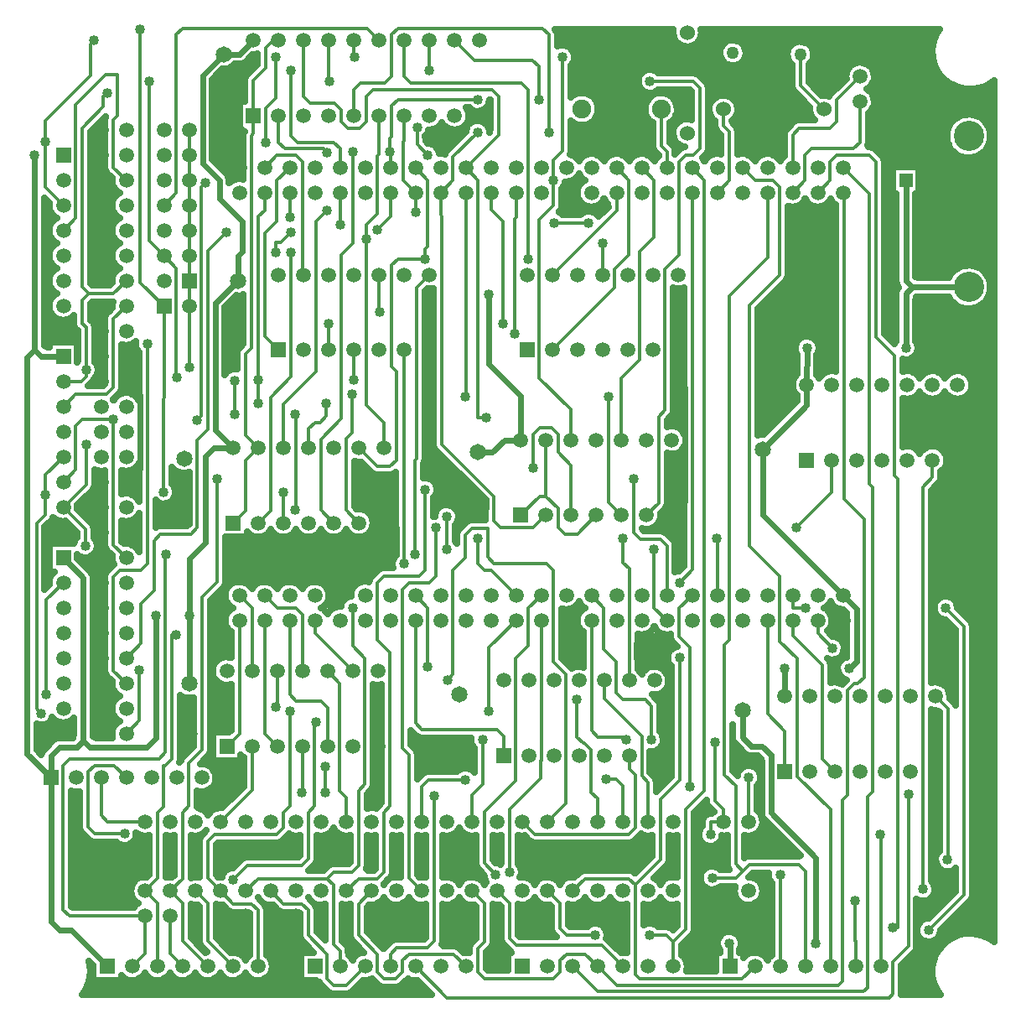
<source format=gbl>
G04 DipTrace 2.3.1.0*
%INPERTEC-SCSI.GBL*%
%MOMM*%
%ADD13C,0.559*%
%ADD14C,0.33*%
%ADD15C,0.635*%
%ADD16C,1.5*%
%ADD17R,1.5X1.5*%
%ADD18C,1.5*%
%ADD19C,1.65*%
%ADD20R,1.35X1.35*%
%ADD21C,1.35*%
%ADD22C,3.048*%
%ADD23C,1.27*%
%ADD24R,1.27X1.27*%
%ADD25C,1.524*%
%ADD26C,1.524*%
%ADD27R,1.9X1.9*%
%ADD28C,1.9*%
%ADD29C,1.016*%
%FSLAX53Y53*%
G04*
G71*
G90*
G75*
G01*
%LNBottom*%
%LPD*%
X94177Y44209D2*
D13*
X94870Y44901D1*
Y50241D1*
X93510Y51600D1*
X19215Y14135D2*
X15577Y17773D1*
X14389D1*
X13500Y18662D1*
Y33185D1*
X33976Y107619D2*
X32568Y106211D1*
X30959D1*
X56679Y66043D2*
X58114D1*
X59364Y67293D1*
X60966D1*
X13500Y33185D2*
Y35382D1*
X14389Y36271D1*
X16130D1*
X16790Y36931D1*
Y53390D1*
X14770Y55410D1*
X87639Y41414D2*
X87655Y44209D1*
X99873Y76568D2*
Y82068D1*
X100520Y82715D1*
X99860Y83375D1*
Y93510D1*
X83352Y40005D2*
Y37248D1*
X84241Y36359D1*
X85345D1*
X86233Y35471D1*
Y29648D1*
X90792Y25089D1*
Y16472D1*
X16790Y36931D2*
X17450Y36271D1*
X23203D1*
X24092Y37159D1*
Y49574D1*
X89862Y72849D2*
X89884Y76568D1*
X85416Y66361D2*
X89862Y70807D1*
Y72849D1*
X93510Y51600D2*
X85416Y59694D1*
Y66361D1*
X13500Y33185D2*
X11113Y35572D1*
Y75629D1*
X11874Y76390D1*
Y96050D1*
X27470Y49574D2*
Y42710D1*
X31912Y66499D2*
X29974D1*
X29085Y65610D1*
Y56915D1*
X27470Y55300D1*
Y49574D1*
X32388Y83349D2*
X30150Y81110D1*
Y68261D1*
X31912Y66499D1*
X30959Y106211D2*
X28830Y104081D1*
Y95231D1*
X30569Y93491D1*
Y91598D1*
X32804Y89364D1*
Y86270D1*
X32388Y85854D1*
Y83349D1*
X60966Y67293D2*
Y71753D1*
X57772Y74947D1*
Y82017D1*
X14770Y75730D2*
X12535D1*
X11874Y76390D1*
X100520Y82715D2*
X106210D1*
X82042Y16472D2*
X82080Y16434D1*
Y14135D1*
X99860Y107010D2*
X101145Y105726D1*
Y97941D1*
X106210Y92875D1*
X56679Y60963D2*
X51756Y65886D1*
Y76363D1*
X31280Y33185D2*
X29870Y34595D1*
Y41485D1*
X76206Y59693D2*
X77566Y61052D1*
Y72596D1*
X76841Y73320D1*
Y76363D1*
X30959Y101131D2*
X32550Y99540D1*
Y94780D1*
X23025Y26200D2*
X21615Y24790D1*
Y20599D1*
X83985Y26200D2*
X85345Y27560D1*
Y34925D1*
X83352D1*
X58585Y19215D2*
Y16130D1*
X57950Y15495D1*
Y14135D1*
X84940Y106370D2*
X83537Y104967D1*
X76879D1*
X75158Y106687D1*
X35725Y19215D2*
X38265D1*
X21120Y63030D2*
X22480Y64390D1*
Y71831D1*
X21120Y73190D1*
X66605Y45860D2*
X65570Y46895D1*
Y49060D1*
X74460Y35401D2*
X75819Y36761D1*
Y44361D1*
X73279D1*
Y45352D1*
X73292Y45364D1*
Y45860D1*
X81445Y26200D2*
X78905D1*
X66205D2*
X68745D1*
X61125D2*
X63665D1*
X18580Y63030D2*
Y60490D1*
X56045Y19215D2*
X53505D1*
X18580Y98590D2*
Y96050D1*
X30645Y26200D2*
X33185D1*
X73825Y19215D2*
X76365D1*
X66205D2*
X68745D1*
X78905Y26200D2*
Y28740D1*
X61125Y19215D2*
X63665D1*
X48425D2*
X50965D1*
X30645D2*
X33185D1*
X18580Y80810D2*
Y78270D1*
X81445Y19215D2*
Y21755D1*
X106210Y87795D2*
X108343Y85662D1*
Y68491D1*
X105102Y65249D1*
X106210Y92875D2*
Y87795D1*
X42710Y51600D2*
X47152Y56042D1*
Y58899D1*
X29870Y41485D2*
Y49826D1*
X31058Y51013D1*
Y52071D1*
X31946Y52960D1*
X41351D1*
X42710Y51600D1*
X38265Y19215D2*
Y16123D1*
X38355Y16033D1*
Y14885D1*
X37604Y14135D1*
X36995D1*
X21120Y73190D2*
Y75730D1*
X78905Y19215D2*
Y14135D1*
Y21755D2*
Y19215D1*
Y26200D2*
Y21755D1*
X18580Y40170D2*
Y37630D1*
Y42710D2*
Y40170D1*
Y45250D2*
Y42710D1*
Y47790D2*
Y45250D1*
Y50330D2*
Y47790D1*
Y52870D2*
Y50330D1*
Y55410D2*
Y52870D1*
Y57950D2*
Y55410D1*
Y60490D2*
Y57950D1*
Y85890D2*
Y83350D1*
Y88430D2*
Y85890D1*
Y90970D2*
Y88430D1*
Y93510D2*
Y90970D1*
Y96050D2*
Y93510D1*
X35725Y26200D2*
X38265D1*
X33185D2*
X35725D1*
X18580Y78270D2*
Y75730D1*
X36516Y100019D2*
D14*
Y97346D1*
X37176Y96685D1*
X41040D1*
X41427Y96298D1*
X71126Y67293D2*
Y73518D1*
X73006Y75398D1*
Y86282D1*
X74435Y87711D1*
Y93535D1*
X73190Y94780D1*
X31912Y58899D2*
X33157Y60144D1*
Y65204D1*
X34452Y66499D1*
X60966Y59693D2*
X62872Y61598D1*
X63506D1*
X64751Y60353D1*
Y58448D1*
X65412Y57787D1*
X66681D1*
X68586Y59693D1*
X63506Y67293D2*
Y61598D1*
X33976Y100019D2*
Y103608D1*
X35221Y104853D1*
Y106869D1*
X35971Y107619D1*
X36516D1*
X34452Y66499D2*
X33157Y67794D1*
Y75969D1*
X33795Y76607D1*
Y98024D1*
X33976Y98204D1*
Y100019D1*
X14770Y90970D2*
X12948Y92793D1*
Y97371D1*
X41596Y107619D2*
Y103559D1*
X41675Y103480D1*
X74035D2*
X78392D1*
X79053Y102819D1*
Y96685D1*
X78392Y96025D1*
X77635D1*
X76975Y95365D1*
Y85923D1*
X75546Y84494D1*
Y70294D1*
X74911Y69659D1*
Y60938D1*
X73666Y59693D1*
X36227Y105956D2*
Y101767D1*
X35221Y100762D1*
Y97303D1*
X12948Y97371D2*
Y99539D1*
X17500Y104092D1*
Y107207D1*
X17901Y107607D1*
X21120Y93510D2*
X19825Y94805D1*
Y99636D1*
X20225Y100035D1*
Y104152D1*
X19012D1*
X16015Y101156D1*
Y89675D1*
X14770Y88430D1*
X28302Y69304D2*
X28715Y69717D1*
Y92831D1*
X29127Y93243D1*
X24930Y90970D2*
X26175Y92215D1*
Y108204D1*
X26835Y108864D1*
X45431D1*
X46676Y107619D1*
X62211Y64452D2*
Y67878D1*
X62872Y68538D1*
X64091D1*
X64751Y67878D1*
Y66035D1*
X66046Y64740D1*
Y59693D1*
X46676Y100019D2*
Y96116D1*
X46495Y95935D1*
Y90094D1*
X45390Y88988D1*
Y87547D1*
Y70791D1*
X47152Y69029D1*
Y66499D1*
X23431Y103480D2*
Y87389D1*
X24930Y85890D1*
X32099Y69882D2*
Y73266D1*
X39532Y66499D2*
Y68404D1*
X40192Y69064D1*
X40685D1*
X41345Y69724D1*
Y70955D1*
X24930Y85890D2*
X26175Y84645D1*
Y73659D1*
X26238Y73597D1*
X51756Y104563D2*
Y107619D1*
X21120Y83350D2*
X19825Y82055D1*
X17336D1*
X16675Y82715D1*
Y98763D1*
X18821Y100908D1*
Y101923D1*
X19221Y102324D1*
X43904Y71945D2*
Y68037D1*
X43317Y67450D1*
Y60194D1*
X44612Y58899D1*
X17336Y82055D2*
X16675Y81395D1*
Y79055D1*
X17075Y78655D1*
Y74339D1*
Y73698D1*
X16567Y73190D1*
X14770D1*
X21120Y80810D2*
X19825Y79515D1*
Y72555D1*
X19165Y71895D1*
X16015D1*
X14770Y70650D1*
X36970Y62040D2*
X36992Y58899D1*
X24930Y80810D2*
X24917Y62040D1*
X22545Y108751D2*
Y83196D1*
X24930Y80810D1*
X55410Y94780D2*
X58741Y98111D1*
Y102006D1*
X58081Y102667D1*
X46041D1*
X45381Y102006D1*
Y99434D1*
X44721Y98774D1*
X43501D1*
X42841Y99434D1*
Y100604D1*
X42181Y101264D1*
X39716D1*
X39056Y101925D1*
Y107619D1*
X57442Y69552D2*
X56655D1*
Y93535D1*
X55410Y94780D1*
X51581Y96050D2*
X50508Y97123D1*
Y98857D1*
X55410Y92240D2*
Y71647D1*
X55378Y71615D1*
X69831Y71609D2*
Y60987D1*
X71126Y59693D1*
X65202Y105956D2*
Y96479D1*
X64294Y95571D1*
Y93491D1*
Y90925D1*
X62846Y89478D1*
Y73558D1*
X66046Y70358D1*
Y67293D1*
X44136Y105972D2*
Y107619D1*
X50330Y94780D2*
X51575Y93535D1*
Y86811D1*
X51333Y86569D1*
Y85566D1*
X49216Y107619D2*
Y103987D1*
X49876Y103327D1*
X61075D1*
X61735Y102667D1*
Y85566D1*
X51333D2*
X48582D1*
X47921Y84906D1*
Y74696D1*
X48397Y74220D1*
Y65254D1*
X47737Y64593D1*
X46517D1*
X44612Y66499D1*
X43986Y96380D2*
Y87117D1*
X42841Y85972D1*
Y69436D1*
X40777Y67372D1*
Y60194D1*
X42072Y58899D1*
X56617Y101663D2*
X48581D1*
X47921Y101003D1*
Y97911D1*
X47784Y97773D1*
Y96380D1*
X54296Y107619D2*
X56277Y105638D1*
X62148D1*
X62808Y104978D1*
Y101663D1*
X47790Y96374D2*
Y94780D1*
X56617Y98361D2*
X54115Y95860D1*
Y93485D1*
X52870Y92240D1*
Y90013D1*
X53001Y89882D1*
Y66818D1*
X58280Y61540D1*
Y59108D1*
X58940Y58447D1*
X62261D1*
X63506Y59693D1*
X63811Y98374D2*
Y108204D1*
X63151Y108864D1*
X48581D1*
X47921Y108204D1*
Y103987D1*
X47261Y103327D1*
X44796D1*
X44136Y102667D1*
Y100019D1*
X41427Y90437D2*
X40301Y89311D1*
Y74194D1*
X36992Y70885D1*
Y66499D1*
X49216Y100019D2*
Y97519D1*
X49085Y97388D1*
Y93485D1*
X50330Y92240D1*
Y90284D1*
X37795Y86227D2*
Y73687D1*
X35697Y71589D1*
Y60144D1*
X34452Y58899D1*
X47790Y92240D2*
Y89865D1*
X46463Y88538D1*
X64141Y76363D2*
X70466Y82688D1*
Y84494D1*
X71895Y85923D1*
Y93535D1*
X70650Y94780D1*
X27470Y98590D2*
Y96050D1*
Y80810D2*
Y74593D1*
Y83350D2*
Y80810D1*
Y85890D2*
Y83350D1*
Y88430D2*
Y85890D1*
Y90970D2*
Y88430D1*
Y93510D2*
Y90970D1*
Y96050D2*
Y93510D1*
X60331Y77972D2*
Y89595D1*
X60490Y89754D1*
Y92240D1*
X59176Y79045D2*
Y89325D1*
X57950Y90550D1*
Y92240D1*
X41596Y79041D2*
Y76363D1*
X35090Y94780D2*
X36335Y96025D1*
X38265D1*
X38925Y95365D1*
Y84094D1*
X39056Y83963D1*
X36516Y76363D2*
X35153Y77726D1*
Y88182D1*
X36335Y89364D1*
Y93485D1*
X37630Y94780D1*
X67843Y89198D2*
X64376D1*
X70650Y92240D2*
Y90472D1*
X64141Y83963D1*
X69247Y87135D2*
X69221Y87109D1*
Y83963D1*
X50260Y55766D2*
Y65188D1*
X50461Y65389D1*
Y82668D1*
X51756Y83963D1*
X21120Y37630D2*
X22441Y38951D1*
Y44044D1*
X38208Y60223D2*
X38237Y60252D1*
Y69853D1*
X38208Y69882D1*
X21120Y42710D2*
X19825Y44005D1*
Y53455D1*
X20485Y54115D1*
X22606D1*
X23266Y54775D1*
Y76981D1*
X46711Y80201D2*
X46676Y80235D1*
Y83963D1*
X21120Y45250D2*
X22606Y46736D1*
Y50771D1*
X23927Y52091D1*
Y57111D1*
X24587Y57771D1*
X27650D1*
X28310Y58431D1*
Y67273D1*
X29375Y68338D1*
Y86392D1*
X31274Y88290D1*
X37630Y89776D2*
Y92240D1*
X49187Y54775D2*
X49216Y54804D1*
Y76363D1*
X14770Y52870D2*
X13030Y51130D1*
Y41567D1*
X16993Y56591D2*
Y58268D1*
X14770Y60490D1*
X37795Y88290D2*
X36735Y87230D1*
X36227D1*
Y86227D1*
X14770Y60490D2*
X17075Y62795D1*
Y66827D1*
X42748Y89033D2*
X42710Y89071D1*
Y92240D1*
X21120Y55410D2*
X19825Y56705D1*
Y69361D1*
X19799Y69386D1*
X35090Y92240D2*
Y90426D1*
X34493Y89829D1*
Y73349D1*
X19799Y69386D2*
X16675D1*
X16015Y68726D1*
Y64275D1*
X14770Y63030D1*
X34493Y73349D2*
Y70955D1*
X44069Y73349D2*
X44136Y73416D1*
Y76363D1*
X12542Y39688D2*
X12066Y40164D1*
Y58859D1*
X12948Y59740D1*
Y61709D1*
X37795Y104553D2*
Y98006D1*
X38455Y97346D1*
X42050D1*
X42710Y96685D1*
Y94780D1*
X12948Y61709D2*
Y63748D1*
X14770Y65570D1*
X53480Y56261D2*
Y59563D1*
X23025Y19215D2*
Y15405D1*
X21755Y14135D1*
X25165Y55766D2*
X25095Y55696D1*
Y35751D1*
X24435Y35090D1*
X15405D1*
X14745Y34430D1*
Y19875D1*
X15405Y19215D1*
X23025D1*
X74435Y56249D2*
Y50355D1*
X75730Y49060D1*
X24295Y14135D2*
Y20485D1*
X23025Y21755D1*
X24295Y23025D1*
Y29680D1*
X24905Y30290D1*
Y34430D1*
X25095D1*
X25755Y35090D1*
Y47593D1*
X26156D1*
X25565Y19215D2*
Y15405D1*
X26835Y14135D1*
X30283Y63360D2*
Y52932D1*
X28790Y51439D1*
Y35991D1*
X27445Y34646D1*
Y30303D1*
X26810Y29668D1*
Y23000D1*
X25565Y21755D1*
X26810Y20510D1*
Y16700D1*
X29375Y14135D1*
X72371Y63348D2*
Y57924D1*
X73032Y57264D1*
X75070D1*
X75730Y56604D1*
Y51600D1*
X28105Y21755D2*
X29350Y20510D1*
Y16700D1*
X31915Y14135D1*
X58433Y23406D2*
X57290Y24549D1*
Y29718D1*
X60465Y32893D1*
Y45199D1*
X61735Y46470D1*
Y50305D1*
X63030Y51600D1*
X37630Y39916D2*
Y30315D1*
X36970Y29655D1*
Y28105D1*
X36310Y27445D1*
X30010D1*
X29350Y26785D1*
Y23050D1*
X30645Y21755D1*
X57772Y39916D2*
Y46342D1*
X60490Y49060D1*
X30645Y21755D2*
X31940Y20460D1*
X33795D1*
X34455Y19800D1*
Y14135D1*
X33185Y21755D2*
X34430Y23000D1*
X41390D1*
X42050Y23660D1*
X43930D1*
X44590Y24321D1*
Y31894D1*
X45225Y32529D1*
Y45246D1*
X43986Y46485D1*
Y50317D1*
X56617Y57334D2*
Y54787D1*
X57277Y54126D1*
X57964D1*
X60490Y51600D1*
X41390Y23000D2*
X42050Y22340D1*
Y16370D1*
X42710Y15711D1*
Y14135D1*
X35725Y21755D2*
X37020Y20460D1*
X38850D1*
X39510Y19800D1*
Y17285D1*
X41415Y15380D1*
Y12890D1*
X42075Y12230D1*
X43345D1*
X45250Y14135D1*
X40272Y38843D2*
X40145Y38716D1*
Y30303D1*
X39510Y29668D1*
Y24981D1*
X38850Y24321D1*
X33344D1*
X31934Y22911D1*
X47790Y14135D2*
Y15380D1*
X48450Y16040D1*
X51581D1*
X52241Y16701D1*
Y31331D1*
X78080Y32322D2*
Y46311D1*
X76975Y47415D1*
Y50305D1*
X78270Y51600D1*
X92443Y46272D2*
X90970Y47746D1*
Y49060D1*
X50330Y14135D2*
X53514Y10951D1*
X98187D1*
X98565Y11330D1*
Y14603D1*
X100120Y16158D1*
Y31496D1*
X102184Y17793D2*
X105746Y21355D1*
Y48489D1*
X103918Y50317D1*
X45885Y21755D2*
X44590Y20460D1*
Y17285D1*
X46495Y15380D1*
Y13550D1*
X47155Y12890D1*
X48375D1*
X49035Y13550D1*
Y14720D1*
X49695Y15380D1*
X54165D1*
X55410Y14135D1*
X59836Y23660D2*
Y29985D1*
X63005Y33154D1*
Y34908D1*
X63030Y34934D1*
Y49060D1*
X66205Y14135D2*
X68754Y11586D1*
X95622D1*
X96025Y11990D1*
Y31308D1*
X96504Y31787D1*
Y62510D1*
X96187Y62827D1*
Y92103D1*
X93510Y94780D1*
X56045Y21755D2*
X57290Y20510D1*
Y16587D1*
X56655Y15952D1*
Y13550D1*
X57315Y12890D1*
X64250D1*
X64910Y13550D1*
Y14720D1*
X65570Y15380D1*
X67500D1*
X68745Y14135D1*
X70659Y12221D1*
X93057D1*
X93485Y12650D1*
Y30956D1*
X93964Y31435D1*
Y41998D1*
X94624Y42659D1*
X94984D1*
X95644Y43319D1*
Y59329D1*
X93647Y61326D1*
Y92103D1*
X93510Y92240D1*
X71285Y14135D2*
X69151Y16269D1*
X60490D1*
X59830Y16929D1*
Y20510D1*
X58585Y21755D1*
X90970Y92240D2*
X92215Y93485D1*
Y95365D1*
X92875Y96025D1*
X96187D1*
X96847Y95365D1*
Y77667D1*
X98727Y75788D1*
Y63711D1*
X99044Y63394D1*
Y18040D1*
X98552D1*
X76365Y14135D2*
Y16637D1*
X77610Y17882D1*
Y29985D1*
X79515Y31890D1*
Y93535D1*
X78270Y94780D1*
X68504Y17297D2*
X65570D1*
X64910Y17958D1*
Y20510D1*
X63665Y21755D1*
X76365Y16637D2*
X75705Y17297D1*
X74035D1*
X66205Y21755D2*
X67450Y23000D1*
X71870D1*
X72530Y22340D1*
Y13310D1*
X72984Y12856D1*
X83341D1*
X84620Y14135D1*
X77006Y52876D2*
X78340Y54210D1*
Y88717D1*
X78270Y88787D1*
Y92240D1*
X72530Y22340D2*
X75070Y24880D1*
Y30998D1*
X77006Y32934D1*
Y45282D1*
X87160Y23406D2*
Y14135D1*
X89700D2*
Y23749D1*
X89040Y24409D1*
X84060D1*
X83400Y23749D1*
X82690Y24459D1*
Y32379D1*
X81559Y33510D1*
Y46576D1*
X82055Y47072D1*
Y81839D1*
X85890Y85674D1*
Y92240D1*
X83400Y23749D2*
X82727Y23076D1*
X80308D1*
X92240Y14135D2*
Y29957D1*
X88884Y33313D1*
Y45212D1*
X87135Y46961D1*
Y53544D1*
X84096Y56583D1*
Y80917D1*
X87135Y83956D1*
Y92825D1*
X86475Y93485D1*
X84645D1*
X83350Y94780D1*
X94755Y20765D2*
Y16713D1*
X94780Y16688D1*
Y14135D1*
X74200Y37027D2*
Y40436D1*
X73540Y41096D1*
X71285D1*
X70625Y41756D1*
Y44874D1*
X69355Y46144D1*
Y50355D1*
X68110Y51600D1*
X81445Y28740D2*
Y29985D1*
X80556Y30874D1*
Y36779D1*
X80150Y27458D2*
Y28740D1*
X81445D1*
X97320Y27445D2*
Y14135D1*
X68110Y49060D2*
Y37967D1*
X68770Y37307D1*
X71361D1*
X71641Y37027D1*
X84023Y33230D2*
X83985Y33191D1*
Y28740D1*
X18580Y33185D2*
Y29400D1*
X19240Y28740D1*
X23025D1*
X20955Y27534D2*
X17945D1*
X17285Y28194D1*
Y33770D1*
X17945Y34430D1*
X19875D1*
X21120Y33185D1*
X71920Y43001D2*
Y54293D1*
X71310Y54902D1*
Y57334D1*
X80810Y57328D2*
Y51600D1*
X85890Y49060D2*
Y39630D1*
X87639Y37881D1*
Y33814D1*
X92719D2*
X91424Y35108D1*
Y44540D1*
X88430Y47534D1*
Y49060D1*
X89719Y50317D2*
X88430D1*
Y51600D1*
X55378Y32982D2*
X51625D1*
X50965Y32322D1*
Y28740D1*
X57112Y37027D2*
Y32499D1*
X56045Y31432D1*
Y28740D1*
X61125D2*
X62420Y27445D1*
X71870D1*
X72530Y28105D1*
Y33457D1*
X71920Y34068D1*
Y35401D1*
X104083Y24892D2*
X104124Y24933D1*
Y40168D1*
X102879Y41414D1*
X36227Y40329D2*
X36360Y40462D1*
Y43960D1*
X33820Y36360D2*
Y31915D1*
X30645Y28740D1*
X41440Y43960D2*
X42685Y42715D1*
Y31881D1*
X43345Y31222D1*
Y28740D1*
X38868Y31661D2*
X38900Y31693D1*
Y36360D1*
X53562Y43053D2*
X54115Y43606D1*
Y54165D1*
X55360Y55409D1*
Y57677D1*
X56020Y58337D1*
X57620D1*
Y55447D1*
X58280Y54787D1*
X63615D1*
X64275Y54127D1*
Y44881D1*
X65545Y43612D1*
Y30620D1*
X63665Y28740D1*
X41262Y31661D2*
Y34303D1*
X66605Y41072D2*
Y37307D1*
X67265Y36646D1*
X67425D1*
X68085Y35986D1*
Y31731D1*
X68745Y31071D1*
Y28740D1*
X71285D2*
Y32404D1*
X70625Y33064D1*
X69577D1*
X73825Y28740D2*
Y32747D1*
X73190Y33382D1*
Y37362D1*
X69380Y41173D1*
Y43001D1*
X51333Y62287D2*
Y54166D1*
X50673Y53505D1*
X47155D1*
X46495Y52845D1*
Y47125D1*
X47765Y45855D1*
Y30303D1*
X47130Y29668D1*
Y23660D1*
X46470Y23000D1*
X44590D1*
X43345Y21755D1*
X52407Y58407D2*
Y53505D1*
X51746Y52845D1*
X49695D1*
X49035Y52185D1*
Y36147D1*
X49670Y35512D1*
Y23050D1*
X50965Y21755D1*
X88811Y58407D2*
X92402Y61998D1*
Y65249D1*
X101584Y21942D2*
Y62520D1*
X102562Y63498D1*
Y65249D1*
X32550Y49060D2*
Y37630D1*
X31280Y36360D1*
X33820Y43960D2*
Y50330D1*
X32550Y51600D1*
X35090Y49060D2*
Y37630D1*
X36360Y36360D1*
X38900Y43960D2*
Y49645D1*
X38240Y50305D1*
X36385D1*
X35090Y51600D1*
X37630Y49060D2*
Y41579D1*
X38290Y40919D1*
X40780D1*
X41440Y40259D1*
Y36360D1*
X40170Y49060D2*
Y47770D1*
X43980Y43960D1*
X59220Y35401D2*
Y37370D1*
X58560Y38030D1*
X50990D1*
X50330Y38690D1*
Y49060D1*
X51581Y44374D2*
Y50349D1*
X50330Y51600D1*
X95260Y103989D2*
X92865Y101594D1*
Y99397D1*
X92205Y98737D1*
X89090D1*
X88430Y98077D1*
Y94780D1*
X95260Y101449D2*
Y97346D1*
X94600Y96685D1*
X90335D1*
X89675Y96025D1*
Y93485D1*
X88430Y92240D1*
X91608Y100654D2*
X89227Y103036D1*
Y106211D1*
X81448Y100654D2*
Y99040D1*
X82055Y98433D1*
Y93485D1*
X80810Y92240D1*
X75158Y100687D2*
Y96971D1*
X75730Y96399D1*
Y94780D1*
D29*
X11874Y96050D3*
X89884Y76568D3*
X99873D3*
X87655Y44209D3*
X94177D3*
X90792Y16472D3*
X82042D3*
X24092Y49574D3*
X27470D3*
X57772Y82017D3*
X66605Y45860D3*
X73292D3*
X21615Y20599D3*
X29870Y41485D3*
X41427Y96298D3*
X17901Y107607D3*
X41675Y103480D3*
X74035D3*
X12948Y97371D3*
X35236Y97288D3*
X36227Y105956D3*
X29127Y93243D3*
X28302Y69304D3*
X45390Y87547D3*
X26238Y73597D3*
X32099Y73266D3*
Y69882D3*
X41345Y70955D3*
X51746Y104553D3*
X23431Y103480D3*
X19221Y102324D3*
X43904Y71945D3*
X17075Y74339D3*
X36970Y62040D3*
X24917D3*
X22545Y108751D3*
X57442Y69552D3*
X50508Y98857D3*
X51581Y96050D3*
X69825Y71615D3*
X55378D3*
X65202Y105956D3*
X44152D3*
X64294Y93491D3*
X61735Y85566D3*
X51333D3*
X43986Y96380D3*
X47784D3*
X56617Y101663D3*
X62808D3*
X56617Y98361D3*
X63798D3*
X41427Y90437D3*
X50343Y90272D3*
X37795Y86227D3*
X46463Y88538D3*
X27476Y74587D3*
X60331Y77972D3*
X59176Y79045D3*
X41592D3*
X64376Y89198D3*
X67843D3*
X69247Y87135D3*
X50260Y55766D3*
X22441Y44044D3*
X38208Y69882D3*
Y60223D3*
X23266Y76981D3*
X46711Y80201D3*
X31274Y88290D3*
X37630Y89776D3*
X49187Y54775D3*
X13030Y41567D3*
X17075Y66827D3*
X36227Y86227D3*
X37795Y88290D3*
X42748Y89033D3*
X16993Y56591D3*
X34493Y70955D3*
X44069Y73349D3*
X34493D3*
X19799Y69386D3*
X37795Y104553D3*
X12542Y39688D3*
X12948Y61709D3*
X25165Y55766D3*
X53480Y59563D3*
Y56261D3*
X74447D3*
X26156Y47593D3*
X30283Y63360D3*
X72384D3*
X58433Y23406D3*
X57772Y39916D3*
X37630D3*
X43986Y50317D3*
X56617Y57334D3*
X31934Y22911D3*
X40272Y38843D3*
X52241Y31331D3*
X78080Y32322D3*
X103918Y50317D3*
X102184Y17793D3*
X59836Y23654D3*
X98552Y18040D3*
X68504Y17297D3*
X74035D3*
X77006Y52876D3*
Y45282D3*
X87160Y23406D3*
X80308Y23076D3*
X94755Y20765D3*
X74200Y37027D3*
X80556Y36779D3*
X97314Y27451D3*
X80143D3*
X71641Y37027D3*
X84023Y33230D3*
X20955Y27534D3*
X80804Y57334D3*
X71310D3*
X89719Y50317D3*
X55378Y32982D3*
X57112Y37027D3*
X104083Y24892D3*
X36227Y40329D3*
X38868Y31661D3*
X53562Y43053D3*
X41262Y34303D3*
Y31661D3*
X66605Y41072D3*
X69577Y33064D3*
X51333Y62287D3*
X52407Y58407D3*
X88811D3*
X101606Y21920D3*
X51581Y44374D3*
X62230Y64433D3*
X92443Y46272D3*
X100120Y31496D3*
X64716Y108118D2*
D15*
X76336D1*
X79261D2*
X102828D1*
X64716Y107487D2*
X76654D1*
X78934D2*
X81654D1*
X83141D2*
X88878D1*
X89580D2*
X102600D1*
X66035Y106855D2*
X81119D1*
X83677D2*
X88024D1*
X90433D2*
X102490D1*
X66412Y106223D2*
X81039D1*
X83766D2*
X87856D1*
X90602D2*
X102490D1*
X33363Y105592D2*
X34317D1*
X66393D2*
X81287D1*
X83518D2*
X88014D1*
X90443D2*
X102600D1*
X31845Y104960D2*
X34079D1*
X66105D2*
X88322D1*
X90126D2*
X94156D1*
X96367D2*
X102818D1*
X30485Y104328D2*
X33444D1*
X66105D2*
X73151D1*
X74916D2*
X88322D1*
X90126D2*
X93819D1*
X96704D2*
X103175D1*
X29850Y103697D2*
X33077D1*
X66105D2*
X72814D1*
X79420D2*
X88322D1*
X90126D2*
X93719D1*
X96714D2*
X103731D1*
X29840Y103065D2*
X33077D1*
X66105D2*
X72864D1*
X79916D2*
X88322D1*
X90443D2*
X93084D1*
X96406D2*
X104683D1*
X108055D2*
X108692D1*
X29840Y102433D2*
X33077D1*
X66105D2*
X73419D1*
X74648D2*
X78152D1*
X79956D2*
X88580D1*
X91078D2*
X92459D1*
X96347D2*
X108692D1*
X29840Y101802D2*
X33077D1*
X68397D2*
X73915D1*
X76404D2*
X78152D1*
X79956D2*
X80523D1*
X82377D2*
X89215D1*
X96704D2*
X108692D1*
X29840Y101170D2*
X32492D1*
X68774D2*
X73548D1*
X76771D2*
X78152D1*
X82853D2*
X89840D1*
X96714D2*
X108692D1*
X29840Y100538D2*
X32492D1*
X55687D2*
X56195D1*
X57036D2*
X57842D1*
X68833D2*
X73479D1*
X76840D2*
X78152D1*
X82942D2*
X90118D1*
X96416D2*
X108692D1*
X29840Y99907D2*
X32492D1*
X55776D2*
X57842D1*
X68645D2*
X73667D1*
X76642D2*
X78152D1*
X82734D2*
X90316D1*
X96158D2*
X105140D1*
X107281D2*
X108692D1*
X18440Y99275D2*
X18928D1*
X29840D2*
X32492D1*
X57423D2*
X57840D1*
X68020D2*
X74253D1*
X76057D2*
X76703D1*
X79956D2*
X80543D1*
X82466D2*
X88381D1*
X96158D2*
X104395D1*
X108025D2*
X108692D1*
X17805Y98643D2*
X18928D1*
X29840D2*
X32492D1*
X52184D2*
X53873D1*
X54724D2*
X55411D1*
X66105D2*
X74253D1*
X79956D2*
X80642D1*
X82932D2*
X87746D1*
X96158D2*
X104058D1*
X108362D2*
X108692D1*
X17577Y98012D2*
X18928D1*
X29840D2*
X32898D1*
X51411D2*
X55014D1*
X66105D2*
X74253D1*
X79956D2*
X81158D1*
X82952D2*
X87528D1*
X96158D2*
X103949D1*
X17577Y97380D2*
X18928D1*
X29840D2*
X32898D1*
X51500D2*
X54389D1*
X66105D2*
X74253D1*
X76057D2*
X76604D1*
X79956D2*
X81158D1*
X82952D2*
X87528D1*
X96158D2*
X104028D1*
X17577Y96748D2*
X18928D1*
X29840D2*
X32898D1*
X52601D2*
X53754D1*
X66105D2*
X74282D1*
X76553D2*
X77150D1*
X79956D2*
X81158D1*
X82952D2*
X87528D1*
X96674D2*
X104306D1*
X108114D2*
X108692D1*
X17577Y96117D2*
X18928D1*
X29840D2*
X32898D1*
X66125D2*
X67555D1*
X68665D2*
X70095D1*
X71205D2*
X72635D1*
X73745D2*
X74769D1*
X79728D2*
X80255D1*
X83905D2*
X85335D1*
X86445D2*
X87528D1*
X97339D2*
X104941D1*
X107479D2*
X108692D1*
X17577Y95485D2*
X18928D1*
X29989D2*
X32898D1*
X97736D2*
X108692D1*
X17577Y94853D2*
X18928D1*
X30614D2*
X32898D1*
X97746D2*
X98452D1*
X101268D2*
X108692D1*
X17577Y94222D2*
X19157D1*
X31249D2*
X32898D1*
X97746D2*
X98452D1*
X101268D2*
X108692D1*
X17577Y93590D2*
X19633D1*
X31577D2*
X32035D1*
X66412D2*
X67268D1*
X97746D2*
X98452D1*
X101268D2*
X108692D1*
X17577Y92958D2*
X19742D1*
X65410D2*
X66821D1*
X97746D2*
X98452D1*
X101268D2*
X108692D1*
X17577Y92327D2*
X20268D1*
X65192D2*
X66623D1*
X97746D2*
X98452D1*
X101268D2*
X108692D1*
X17577Y91695D2*
X19831D1*
X65192D2*
X66732D1*
X97746D2*
X98849D1*
X100871D2*
X108692D1*
X12894Y91063D2*
X13283D1*
X17577D2*
X19633D1*
X65192D2*
X67248D1*
X68972D2*
X69748D1*
X89292D2*
X90108D1*
X91832D2*
X92648D1*
X97746D2*
X98849D1*
X100871D2*
X108692D1*
X12894Y90432D2*
X13392D1*
X17577D2*
X19742D1*
X65033D2*
X69361D1*
X88032D2*
X92747D1*
X97746D2*
X98849D1*
X100871D2*
X108692D1*
X12894Y89800D2*
X13898D1*
X17577D2*
X20248D1*
X88032D2*
X92747D1*
X97746D2*
X98849D1*
X100871D2*
X108692D1*
X12894Y89168D2*
X13491D1*
X17577D2*
X19841D1*
X88032D2*
X92747D1*
X97746D2*
X98849D1*
X100871D2*
X108692D1*
X12894Y88537D2*
X13293D1*
X17577D2*
X19643D1*
X88032D2*
X92747D1*
X97746D2*
X98849D1*
X100871D2*
X108692D1*
X12894Y87905D2*
X13382D1*
X17577D2*
X19732D1*
X88032D2*
X92747D1*
X97746D2*
X98849D1*
X100871D2*
X108692D1*
X12894Y87273D2*
X13878D1*
X17577D2*
X20228D1*
X88032D2*
X92747D1*
X97746D2*
X98849D1*
X100871D2*
X108692D1*
X12894Y86642D2*
X13501D1*
X17577D2*
X19851D1*
X88032D2*
X92747D1*
X97746D2*
X98849D1*
X100871D2*
X108692D1*
X12894Y86010D2*
X13293D1*
X17577D2*
X19643D1*
X88032D2*
X92747D1*
X97746D2*
X98849D1*
X100871D2*
X108692D1*
X12894Y85378D2*
X13382D1*
X17577D2*
X19732D1*
X88032D2*
X92747D1*
X97746D2*
X98849D1*
X100871D2*
X108692D1*
X12894Y84747D2*
X13858D1*
X17577D2*
X20208D1*
X88032D2*
X92747D1*
X97746D2*
X98849D1*
X100871D2*
X105308D1*
X107112D2*
X108692D1*
X12894Y84115D2*
X13511D1*
X17577D2*
X19861D1*
X88032D2*
X92747D1*
X97746D2*
X98849D1*
X100871D2*
X104455D1*
X107965D2*
X108692D1*
X12894Y83483D2*
X13293D1*
X17577D2*
X19643D1*
X87893D2*
X92747D1*
X97746D2*
X98849D1*
X108332D2*
X108692D1*
X12894Y82852D2*
X13372D1*
X87278D2*
X92747D1*
X97746D2*
X98998D1*
X12894Y82220D2*
X13838D1*
X51361D2*
X52097D1*
X76443D2*
X77438D1*
X86643D2*
X92747D1*
X97746D2*
X98869D1*
X12894Y81588D2*
X13511D1*
X32033D2*
X32898D1*
X51361D2*
X52097D1*
X76443D2*
X77438D1*
X86018D2*
X92747D1*
X97746D2*
X98859D1*
X100891D2*
X104256D1*
X108164D2*
X108692D1*
X12894Y80957D2*
X13293D1*
X17577D2*
X19643D1*
X31408D2*
X32898D1*
X51361D2*
X52097D1*
X76443D2*
X77438D1*
X85383D2*
X92747D1*
X97746D2*
X98859D1*
X100891D2*
X104832D1*
X107588D2*
X108692D1*
X12894Y80325D2*
X13372D1*
X17577D2*
X19385D1*
X31170D2*
X32898D1*
X51361D2*
X52097D1*
X76443D2*
X77438D1*
X84996D2*
X92747D1*
X97746D2*
X98859D1*
X100891D2*
X108692D1*
X12894Y79693D2*
X13829D1*
X17577D2*
X18938D1*
X31170D2*
X32898D1*
X51361D2*
X52097D1*
X76443D2*
X77438D1*
X84996D2*
X92747D1*
X97746D2*
X98859D1*
X100891D2*
X108692D1*
X12894Y79062D2*
X15773D1*
X17875D2*
X18928D1*
X31170D2*
X32898D1*
X51361D2*
X52097D1*
X76443D2*
X77438D1*
X84996D2*
X92747D1*
X97746D2*
X98859D1*
X100891D2*
X108692D1*
X12894Y78430D2*
X16051D1*
X17974D2*
X18928D1*
X31170D2*
X32898D1*
X51361D2*
X52097D1*
X76443D2*
X77438D1*
X84996D2*
X92747D1*
X97746D2*
X98859D1*
X100891D2*
X108692D1*
X12894Y77798D2*
X16170D1*
X17974D2*
X18928D1*
X31170D2*
X32898D1*
X51361D2*
X52097D1*
X76443D2*
X77438D1*
X84996D2*
X92747D1*
X97964D2*
X98859D1*
X100891D2*
X108692D1*
X12894Y77167D2*
X16170D1*
X17974D2*
X18928D1*
X31170D2*
X32898D1*
X51361D2*
X52097D1*
X76443D2*
X77438D1*
X84996D2*
X88798D1*
X90969D2*
X92747D1*
X100951D2*
X108692D1*
X17974Y76535D2*
X18928D1*
X20722D2*
X22113D1*
X31170D2*
X32472D1*
X51361D2*
X52097D1*
X76443D2*
X77438D1*
X84996D2*
X88639D1*
X91128D2*
X92747D1*
X101119D2*
X108692D1*
X17974Y75903D2*
X18928D1*
X20722D2*
X22361D1*
X31170D2*
X32253D1*
X51361D2*
X52097D1*
X76443D2*
X77438D1*
X84996D2*
X88848D1*
X90919D2*
X92747D1*
X100911D2*
X108692D1*
X17974Y75272D2*
X18928D1*
X20722D2*
X22361D1*
X31170D2*
X32253D1*
X51361D2*
X52097D1*
X76443D2*
X77438D1*
X84996D2*
X88858D1*
X90890D2*
X92747D1*
X99631D2*
X108692D1*
X18281Y74640D2*
X18928D1*
X20722D2*
X22361D1*
X31170D2*
X32253D1*
X51361D2*
X52097D1*
X76443D2*
X77438D1*
X84996D2*
X88858D1*
X90890D2*
X92747D1*
X99631D2*
X108692D1*
X18272Y74008D2*
X18928D1*
X20722D2*
X22361D1*
X51361D2*
X52097D1*
X76443D2*
X77438D1*
X84996D2*
X88858D1*
X90880D2*
X91517D1*
X100911D2*
X101677D1*
X103451D2*
X104217D1*
X105991D2*
X108692D1*
X17914Y73377D2*
X18928D1*
X20722D2*
X22361D1*
X51361D2*
X52097D1*
X76443D2*
X77438D1*
X84996D2*
X88481D1*
X106487D2*
X108692D1*
X17369Y72745D2*
X18770D1*
X20722D2*
X22361D1*
X51361D2*
X52097D1*
X76443D2*
X77438D1*
X84996D2*
X88381D1*
X106586D2*
X108692D1*
X20603Y72113D2*
X22361D1*
X51361D2*
X52097D1*
X76443D2*
X77438D1*
X84996D2*
X88580D1*
X106388D2*
X108692D1*
X51361Y71482D2*
X52097D1*
X76443D2*
X77438D1*
X84996D2*
X88848D1*
X100474D2*
X102103D1*
X103014D2*
X104643D1*
X105554D2*
X108692D1*
X51361Y70850D2*
X52097D1*
X76443D2*
X77438D1*
X84996D2*
X88491D1*
X99631D2*
X108692D1*
X51361Y70218D2*
X52097D1*
X76443D2*
X77438D1*
X84996D2*
X87866D1*
X99631D2*
X108692D1*
X51361Y69587D2*
X52097D1*
X76086D2*
X77438D1*
X84996D2*
X87231D1*
X99631D2*
X108692D1*
X51361Y68955D2*
X52097D1*
X75808D2*
X77438D1*
X84996D2*
X86596D1*
X99631D2*
X108692D1*
X51361Y68323D2*
X52097D1*
X84996D2*
X85970D1*
X99631D2*
X108692D1*
X51361Y67692D2*
X52097D1*
X99631D2*
X108692D1*
X51361Y67060D2*
X52097D1*
X99631D2*
X108692D1*
X51361Y66428D2*
X52196D1*
X100881D2*
X101707D1*
X103421D2*
X108692D1*
X51361Y65797D2*
X52772D1*
X75808D2*
X77438D1*
X103937D2*
X108692D1*
X51331Y65165D2*
X53407D1*
X75808D2*
X77438D1*
X104046D2*
X108692D1*
X44217Y64533D2*
X45330D1*
X51163D2*
X54042D1*
X75808D2*
X77438D1*
X103858D2*
X108692D1*
X17974Y63902D2*
X18928D1*
X20722D2*
X22361D1*
X25822D2*
X27412D1*
X44217D2*
X45985D1*
X51163D2*
X54667D1*
X75808D2*
X77438D1*
X103461D2*
X108692D1*
X17974Y63270D2*
X18928D1*
X20722D2*
X22361D1*
X25822D2*
X27412D1*
X44217D2*
X48317D1*
X52056D2*
X55302D1*
X75808D2*
X77438D1*
X103431D2*
X108692D1*
X17964Y62638D2*
X18928D1*
X20722D2*
X22361D1*
X26001D2*
X27412D1*
X44217D2*
X48317D1*
X52522D2*
X55937D1*
X75808D2*
X77438D1*
X102955D2*
X108692D1*
X17537Y62007D2*
X18928D1*
X20722D2*
X22361D1*
X26159D2*
X27412D1*
X44217D2*
X48317D1*
X52542D2*
X56562D1*
X75808D2*
X77438D1*
X102488D2*
X108692D1*
X16902Y61375D2*
X18928D1*
X25961D2*
X27412D1*
X44217D2*
X48317D1*
X52234D2*
X57197D1*
X75808D2*
X77438D1*
X102488D2*
X108692D1*
X16267Y60743D2*
X18928D1*
X24165D2*
X27412D1*
X44217D2*
X48317D1*
X52234D2*
X53387D1*
X53566D2*
X57376D1*
X75789D2*
X77438D1*
X102488D2*
X108692D1*
X16396Y60112D2*
X18928D1*
X24165D2*
X27412D1*
X45418D2*
X48317D1*
X54586D2*
X57376D1*
X75332D2*
X77438D1*
X102488D2*
X108692D1*
X17031Y59480D2*
X18928D1*
X24165D2*
X27412D1*
X45973D2*
X48317D1*
X54724D2*
X57376D1*
X75134D2*
X77438D1*
X102488D2*
X108692D1*
X13301Y58848D2*
X15168D1*
X17656D2*
X18928D1*
X20722D2*
X22361D1*
X24165D2*
X27412D1*
X46092D2*
X48317D1*
X54486D2*
X55282D1*
X74876D2*
X77438D1*
X102488D2*
X108692D1*
X12963Y58217D2*
X15793D1*
X17894D2*
X18928D1*
X20722D2*
X22361D1*
X45924D2*
X48317D1*
X73328D2*
X77438D1*
X102488D2*
X108692D1*
X12963Y57585D2*
X16091D1*
X17894D2*
X18928D1*
X20722D2*
X22361D1*
X33402D2*
X33841D1*
X35059D2*
X36381D1*
X37599D2*
X38921D1*
X40139D2*
X41461D1*
X42679D2*
X44001D1*
X45219D2*
X48317D1*
X75997D2*
X77438D1*
X102488D2*
X108692D1*
X12963Y56953D2*
X15803D1*
X18182D2*
X18928D1*
X20821D2*
X22361D1*
X31180D2*
X48317D1*
X76553D2*
X77438D1*
X102488D2*
X108692D1*
X18202Y56322D2*
X19018D1*
X31180D2*
X48317D1*
X76632D2*
X77438D1*
X102488D2*
X108692D1*
X17815Y55690D2*
X19593D1*
X31180D2*
X48317D1*
X76632D2*
X77438D1*
X102488D2*
X108692D1*
X16535Y55058D2*
X19682D1*
X31180D2*
X47980D1*
X76632D2*
X77438D1*
X102488D2*
X108692D1*
X17160Y54427D2*
X19553D1*
X31180D2*
X47999D1*
X76632D2*
X77309D1*
X102488D2*
X108692D1*
X12963Y53795D2*
X13630D1*
X17716D2*
X18998D1*
X31180D2*
X46194D1*
X102488D2*
X108692D1*
X12963Y53163D2*
X13315D1*
X17805D2*
X18928D1*
X31180D2*
X45658D1*
X102488D2*
X108692D1*
X17805Y52532D2*
X18928D1*
X31081D2*
X31416D1*
X41310D2*
X44110D1*
X102488D2*
X108692D1*
X17805Y51900D2*
X18928D1*
X30495D2*
X31093D1*
X41628D2*
X43793D1*
X102488D2*
X108692D1*
X17805Y51268D2*
X18928D1*
X29870D2*
X31102D1*
X41618D2*
X43227D1*
X102488D2*
X103155D1*
X104681D2*
X108692D1*
X17805Y50637D2*
X18928D1*
X29692D2*
X31440D1*
X41280D2*
X42790D1*
X66680D2*
X67001D1*
X92080D2*
X92401D1*
X105118D2*
X108692D1*
X17805Y50005D2*
X18928D1*
X29692D2*
X31420D1*
X65172D2*
X66980D1*
X92100D2*
X93700D1*
X105475D2*
X108692D1*
X17805Y49373D2*
X18928D1*
X29692D2*
X31102D1*
X65172D2*
X66662D1*
X92418D2*
X93858D1*
X102488D2*
X103145D1*
X106110D2*
X108692D1*
X17805Y48742D2*
X18928D1*
X29692D2*
X31102D1*
X65172D2*
X66662D1*
X92418D2*
X93858D1*
X102488D2*
X104247D1*
X106606D2*
X108692D1*
X17805Y48110D2*
X18928D1*
X29692D2*
X31430D1*
X65172D2*
X66990D1*
X92090D2*
X93858D1*
X102488D2*
X104842D1*
X106646D2*
X108692D1*
X17805Y47478D2*
X18928D1*
X29692D2*
X31648D1*
X65172D2*
X67208D1*
X72822D2*
X76078D1*
X92487D2*
X93858D1*
X102488D2*
X104842D1*
X106646D2*
X108692D1*
X17805Y46847D2*
X18928D1*
X29692D2*
X31648D1*
X65172D2*
X67208D1*
X72822D2*
X76297D1*
X93539D2*
X93858D1*
X102488D2*
X104842D1*
X106646D2*
X108692D1*
X17805Y46215D2*
X18928D1*
X29692D2*
X31648D1*
X65172D2*
X67208D1*
X72822D2*
X76217D1*
X102488D2*
X104842D1*
X106646D2*
X108692D1*
X17805Y45583D2*
X18928D1*
X29692D2*
X31648D1*
X65172D2*
X67208D1*
X72822D2*
X75801D1*
X93469D2*
X93858D1*
X102488D2*
X104842D1*
X106646D2*
X108692D1*
X17805Y44952D2*
X18928D1*
X29692D2*
X30200D1*
X65450D2*
X67208D1*
X72822D2*
X75810D1*
X92219D2*
X93194D1*
X102488D2*
X104842D1*
X106646D2*
X108692D1*
X17805Y44320D2*
X18928D1*
X72822D2*
X73866D1*
X75054D2*
X76108D1*
X92328D2*
X92936D1*
X102488D2*
X104842D1*
X106646D2*
X108692D1*
X17805Y43688D2*
X18988D1*
X75769D2*
X76108D1*
X92328D2*
X93055D1*
X102488D2*
X104842D1*
X106646D2*
X108692D1*
X17805Y43057D2*
X19524D1*
X29692D2*
X30120D1*
X92328D2*
X93769D1*
X102488D2*
X104842D1*
X106646D2*
X108692D1*
X17805Y42425D2*
X19663D1*
X29692D2*
X31648D1*
X46122D2*
X46868D1*
X103947D2*
X104842D1*
X106646D2*
X108692D1*
X17805Y41793D2*
X19970D1*
X29692D2*
X31648D1*
X46122D2*
X46868D1*
X75273D2*
X76108D1*
X104314D2*
X104842D1*
X106646D2*
X108692D1*
X17805Y41162D2*
X20040D1*
X26656D2*
X27888D1*
X29692D2*
X31648D1*
X46122D2*
X46868D1*
X74727D2*
X76108D1*
X104383D2*
X104848D1*
X106646D2*
X108692D1*
X17805Y40530D2*
X19682D1*
X26656D2*
X27888D1*
X29692D2*
X31648D1*
X46122D2*
X46868D1*
X75094D2*
X76108D1*
X106646D2*
X108692D1*
X17805Y39898D2*
X19663D1*
X26656D2*
X27888D1*
X29692D2*
X31648D1*
X46122D2*
X46868D1*
X75104D2*
X76108D1*
X102488D2*
X103145D1*
X106646D2*
X108692D1*
X17805Y39267D2*
X19960D1*
X26656D2*
X27888D1*
X29692D2*
X31648D1*
X46122D2*
X46868D1*
X75104D2*
X76108D1*
X102488D2*
X103225D1*
X106646D2*
X108692D1*
X13142Y38635D2*
X15773D1*
X17805D2*
X20050D1*
X26656D2*
X27888D1*
X29692D2*
X31648D1*
X46122D2*
X46868D1*
X75104D2*
X76108D1*
X102488D2*
X103225D1*
X106646D2*
X108692D1*
X12130Y38003D2*
X15773D1*
X17805D2*
X19682D1*
X26656D2*
X27888D1*
X29692D2*
X31648D1*
X46122D2*
X46868D1*
X75104D2*
X76108D1*
X102488D2*
X103225D1*
X106646D2*
X108692D1*
X12130Y37372D2*
X15773D1*
X17805D2*
X19653D1*
X26656D2*
X27888D1*
X46122D2*
X46868D1*
X49932D2*
X50410D1*
X75392D2*
X76108D1*
X102488D2*
X103225D1*
X106646D2*
X108692D1*
X12130Y36740D2*
X13451D1*
X26656D2*
X27888D1*
X46122D2*
X46868D1*
X49932D2*
X55907D1*
X75412D2*
X76108D1*
X102488D2*
X103225D1*
X106646D2*
X108692D1*
X12130Y36108D2*
X12816D1*
X26656D2*
X27660D1*
X46122D2*
X46868D1*
X50319D2*
X56215D1*
X75005D2*
X76108D1*
X82456D2*
X83083D1*
X102488D2*
X103225D1*
X106646D2*
X108692D1*
X26656Y35477D2*
X27028D1*
X46122D2*
X46868D1*
X50567D2*
X56215D1*
X74092D2*
X76108D1*
X82456D2*
X83817D1*
X102488D2*
X103225D1*
X106646D2*
X108692D1*
X28888Y34845D2*
X32918D1*
X46122D2*
X46868D1*
X50567D2*
X56215D1*
X74092D2*
X76108D1*
X82456D2*
X85216D1*
X102488D2*
X103225D1*
X106646D2*
X108692D1*
X29791Y34213D2*
X32918D1*
X46122D2*
X46868D1*
X50567D2*
X56215D1*
X74092D2*
X76108D1*
X82456D2*
X83311D1*
X84738D2*
X85216D1*
X102488D2*
X103225D1*
X106646D2*
X108692D1*
X30168Y33582D2*
X32918D1*
X46122D2*
X46868D1*
X50567D2*
X50976D1*
X74241D2*
X76108D1*
X102488D2*
X103225D1*
X106646D2*
X108692D1*
X30208Y32950D2*
X32918D1*
X46122D2*
X46868D1*
X74697D2*
X75771D1*
X102488D2*
X103225D1*
X106646D2*
X108692D1*
X29930Y32318D2*
X32918D1*
X46102D2*
X46868D1*
X74727D2*
X75146D1*
X84887D2*
X85216D1*
X102488D2*
X103225D1*
X106646D2*
X108692D1*
X15642Y31687D2*
X16388D1*
X28342D2*
X32343D1*
X45636D2*
X46868D1*
X84887D2*
X85216D1*
X102488D2*
X103225D1*
X106646D2*
X108692D1*
X15642Y31055D2*
X16388D1*
X28342D2*
X31708D1*
X45487D2*
X46868D1*
X84887D2*
X85216D1*
X102488D2*
X103225D1*
X106646D2*
X108692D1*
X15642Y30423D2*
X16388D1*
X28342D2*
X31083D1*
X45487D2*
X46640D1*
X79301D2*
X79784D1*
X84887D2*
X85216D1*
X102488D2*
X103225D1*
X106646D2*
X108692D1*
X15642Y29792D2*
X16388D1*
X29126D2*
X29619D1*
X78666D2*
X80394D1*
X102488D2*
X103225D1*
X106646D2*
X108692D1*
X15642Y29160D2*
X16388D1*
X78507D2*
X79362D1*
X102488D2*
X103225D1*
X106646D2*
X108692D1*
X15642Y28528D2*
X16388D1*
X78507D2*
X79253D1*
X85453D2*
X85941D1*
X102488D2*
X103225D1*
X106646D2*
X108692D1*
X15642Y27897D2*
X16438D1*
X78507D2*
X78985D1*
X85195D2*
X86576D1*
X102488D2*
X103225D1*
X106646D2*
X108692D1*
X15642Y27265D2*
X16964D1*
X22171D2*
X23393D1*
X25197D2*
X25913D1*
X27707D2*
X28602D1*
X37381D2*
X38613D1*
X40407D2*
X43693D1*
X45487D2*
X46233D1*
X48027D2*
X48773D1*
X50567D2*
X51343D1*
X53147D2*
X56393D1*
X58187D2*
X58933D1*
X60737D2*
X61354D1*
X72941D2*
X74173D1*
X75967D2*
X76713D1*
X78507D2*
X78916D1*
X81375D2*
X81793D1*
X83587D2*
X87211D1*
X102488D2*
X103225D1*
X106646D2*
X108692D1*
X15642Y26633D2*
X20129D1*
X21784D2*
X23393D1*
X25197D2*
X25913D1*
X27707D2*
X28453D1*
X36577D2*
X38613D1*
X40407D2*
X43693D1*
X45487D2*
X46233D1*
X48027D2*
X48773D1*
X50567D2*
X51343D1*
X53147D2*
X56393D1*
X58187D2*
X58933D1*
X60737D2*
X62148D1*
X72137D2*
X74173D1*
X75967D2*
X76713D1*
X78507D2*
X79224D1*
X81057D2*
X81793D1*
X83587D2*
X87836D1*
X102488D2*
X103225D1*
X106646D2*
X108692D1*
X15642Y26002D2*
X23393D1*
X25197D2*
X25913D1*
X27707D2*
X28453D1*
X30247D2*
X38613D1*
X40407D2*
X43693D1*
X45487D2*
X46233D1*
X48027D2*
X48773D1*
X50567D2*
X51343D1*
X53147D2*
X56393D1*
X58187D2*
X58933D1*
X60737D2*
X74173D1*
X75967D2*
X76713D1*
X78507D2*
X81793D1*
X83587D2*
X88471D1*
X102488D2*
X103225D1*
X106646D2*
X108692D1*
X15642Y25370D2*
X23393D1*
X25197D2*
X25913D1*
X27707D2*
X28453D1*
X30247D2*
X38613D1*
X40407D2*
X43693D1*
X45487D2*
X46233D1*
X48027D2*
X48773D1*
X50567D2*
X51343D1*
X53147D2*
X56393D1*
X58187D2*
X58933D1*
X60737D2*
X74173D1*
X75967D2*
X76713D1*
X78507D2*
X81793D1*
X83587D2*
X89106D1*
X102488D2*
X102943D1*
X106646D2*
X108692D1*
X15642Y24738D2*
X23393D1*
X25197D2*
X25913D1*
X27707D2*
X28453D1*
X30247D2*
X32511D1*
X40377D2*
X43693D1*
X45487D2*
X46233D1*
X48027D2*
X48773D1*
X50567D2*
X51343D1*
X53147D2*
X56393D1*
X58346D2*
X58933D1*
X60737D2*
X73677D1*
X75957D2*
X76713D1*
X78507D2*
X81793D1*
X102488D2*
X102848D1*
X106646D2*
X108692D1*
X15642Y24107D2*
X23393D1*
X25197D2*
X25913D1*
X27707D2*
X28453D1*
X30247D2*
X31886D1*
X39881D2*
X41253D1*
X45467D2*
X46233D1*
X48027D2*
X48773D1*
X50567D2*
X51343D1*
X53147D2*
X56512D1*
X60985D2*
X73052D1*
X75541D2*
X76713D1*
X78507D2*
X79670D1*
X80948D2*
X81863D1*
X102488D2*
X103135D1*
X106646D2*
X108692D1*
X15642Y23475D2*
X23393D1*
X25197D2*
X25913D1*
X27707D2*
X28453D1*
X30247D2*
X30835D1*
X48007D2*
X48773D1*
X50567D2*
X51343D1*
X53147D2*
X57118D1*
X61065D2*
X66672D1*
X74916D2*
X76713D1*
X78507D2*
X79134D1*
X84371D2*
X85921D1*
X102488D2*
X104842D1*
X106646D2*
X108692D1*
X15642Y22843D2*
X22044D1*
X54486D2*
X55064D1*
X62106D2*
X62684D1*
X64646D2*
X65224D1*
X74806D2*
X75384D1*
X78507D2*
X79085D1*
X84966D2*
X86060D1*
X102488D2*
X104842D1*
X106646D2*
X108692D1*
X15642Y22212D2*
X21617D1*
X78507D2*
X79442D1*
X81176D2*
X82577D1*
X85393D2*
X86258D1*
X102816D2*
X104842D1*
X106646D2*
X108692D1*
X15642Y21580D2*
X21548D1*
X78507D2*
X82508D1*
X85462D2*
X86258D1*
X102796D2*
X104723D1*
X106646D2*
X108692D1*
X15642Y20948D2*
X21786D1*
X78507D2*
X82746D1*
X85224D2*
X86258D1*
X102340D2*
X104088D1*
X106546D2*
X108692D1*
X15642Y20317D2*
X22064D1*
X27707D2*
X28295D1*
X30247D2*
X30835D1*
X35178D2*
X35915D1*
X40229D2*
X41153D1*
X42947D2*
X43693D1*
X45696D2*
X51343D1*
X53147D2*
X56235D1*
X58187D2*
X58775D1*
X60727D2*
X63855D1*
X65807D2*
X71633D1*
X73427D2*
X76713D1*
X78507D2*
X86258D1*
X101020D2*
X103463D1*
X105961D2*
X108692D1*
X27707Y19685D2*
X28453D1*
X30247D2*
X31559D1*
X35357D2*
X36639D1*
X40407D2*
X41153D1*
X42947D2*
X43693D1*
X45487D2*
X51343D1*
X53147D2*
X56393D1*
X58187D2*
X58933D1*
X60727D2*
X64013D1*
X65807D2*
X71633D1*
X73427D2*
X76713D1*
X78507D2*
X86258D1*
X101020D2*
X102828D1*
X105326D2*
X108692D1*
X27707Y19053D2*
X28453D1*
X30247D2*
X33553D1*
X35357D2*
X38613D1*
X40407D2*
X41153D1*
X42947D2*
X43693D1*
X45487D2*
X51343D1*
X53147D2*
X56393D1*
X58187D2*
X58933D1*
X60727D2*
X64013D1*
X65807D2*
X71633D1*
X73427D2*
X76713D1*
X78507D2*
X86258D1*
X101020D2*
X102193D1*
X104691D2*
X108692D1*
X27707Y18422D2*
X28453D1*
X30247D2*
X33553D1*
X35357D2*
X38613D1*
X40407D2*
X41153D1*
X42947D2*
X43693D1*
X45487D2*
X51343D1*
X53147D2*
X56393D1*
X58187D2*
X58933D1*
X60727D2*
X64013D1*
X65807D2*
X68081D1*
X68933D2*
X71633D1*
X74459D2*
X76713D1*
X78507D2*
X86258D1*
X104066D2*
X108692D1*
X27707Y17790D2*
X28453D1*
X30247D2*
X33553D1*
X35357D2*
X38613D1*
X40407D2*
X41153D1*
X42947D2*
X43693D1*
X45487D2*
X51343D1*
X53147D2*
X56393D1*
X58187D2*
X58933D1*
X60727D2*
X64023D1*
X69637D2*
X71633D1*
X78507D2*
X86258D1*
X103431D2*
X108692D1*
X27707Y17158D2*
X28453D1*
X30247D2*
X33553D1*
X35357D2*
X38623D1*
X42947D2*
X43703D1*
X45963D2*
X51343D1*
X53147D2*
X56393D1*
X58187D2*
X58933D1*
X60846D2*
X64460D1*
X69736D2*
X71633D1*
X78130D2*
X81019D1*
X83061D2*
X86258D1*
X103242D2*
X104762D1*
X107975D2*
X108692D1*
X30773Y16527D2*
X33553D1*
X35357D2*
X39020D1*
X43146D2*
X44100D1*
X46598D2*
X47692D1*
X53127D2*
X55987D1*
X58187D2*
X59033D1*
X70143D2*
X71633D1*
X77505D2*
X80801D1*
X83290D2*
X86258D1*
X101020D2*
X103770D1*
X31408Y15895D2*
X33553D1*
X35357D2*
X39655D1*
X43592D2*
X44735D1*
X54903D2*
X55758D1*
X57850D2*
X59618D1*
X70778D2*
X71633D1*
X77267D2*
X80950D1*
X83141D2*
X86258D1*
X100980D2*
X103205D1*
X32847Y15263D2*
X33523D1*
X35387D2*
X38683D1*
X43642D2*
X44318D1*
X57552D2*
X59638D1*
X77297D2*
X80593D1*
X85552D2*
X86228D1*
X100474D2*
X102828D1*
X35853Y14632D2*
X38683D1*
X57552D2*
X59638D1*
X77763D2*
X80593D1*
X99839D2*
X102609D1*
X35932Y14000D2*
X38683D1*
X57552D2*
X59638D1*
X77842D2*
X80593D1*
X99462D2*
X102490D1*
X35714Y13368D2*
X38683D1*
X99462D2*
X102490D1*
X20702Y12737D2*
X21429D1*
X22073D2*
X23969D1*
X24613D2*
X26509D1*
X27153D2*
X29049D1*
X29693D2*
X31589D1*
X32233D2*
X34129D1*
X34773D2*
X38683D1*
X45577D2*
X46065D1*
X49466D2*
X50004D1*
X99462D2*
X102590D1*
X17220Y12105D2*
X40955D1*
X44465D2*
X46799D1*
X48732D2*
X51115D1*
X99462D2*
X102808D1*
X16863Y11473D2*
X41649D1*
X43771D2*
X51740D1*
X99462D2*
X103165D1*
X31521Y93210D2*
X31637Y93332D1*
X31901Y93507D1*
X32198Y93619D1*
X32511Y93663D1*
X32827Y93636D1*
X32950Y93597D1*
X32957Y96292D1*
Y98024D1*
X33022Y98342D1*
X33058Y98422D1*
X32859Y98596D1*
X32553D1*
Y101442D1*
X33138D1*
Y103608D1*
X33197Y103918D1*
X33383Y104201D1*
X34386Y105204D1*
X34383Y106252D1*
X33989Y106196D1*
X33900Y106205D1*
X33241Y105538D1*
X32984Y105354D1*
X32702Y105268D1*
X32121Y105259D1*
X31951Y105088D1*
X31692Y104905D1*
X31401Y104780D1*
X31090Y104719D1*
X30823Y104724D1*
X29788Y103692D1*
X29782Y97096D1*
Y95618D1*
X31243Y94165D1*
X31426Y93907D1*
X31512Y93625D1*
X31522Y93223D1*
X69378Y91601D2*
X69226Y91357D1*
X69003Y91132D1*
X68736Y90962D1*
X68438Y90855D1*
X68123Y90817D1*
X67808Y90849D1*
X67508Y90951D1*
X67237Y91116D1*
X67010Y91337D1*
X66838Y91603D1*
X66728Y91900D1*
X66687Y92214D1*
X66717Y92530D1*
X66815Y92831D1*
X66978Y93103D1*
X67197Y93332D1*
X67471Y93510D1*
X67237Y93656D1*
X67010Y93877D1*
X66843Y94134D1*
X66686Y93897D1*
X66463Y93672D1*
X66196Y93502D1*
X65898Y93395D1*
X65583Y93357D1*
X65475Y93368D1*
X65432Y93177D1*
X65308Y92886D1*
X65130Y92662D1*
X65132Y90925D1*
X65073Y90615D1*
X64886Y90333D1*
X64837Y90283D1*
X65104Y90129D1*
X65194Y90037D1*
X67006D1*
X67371Y90281D1*
X67676Y90368D1*
X67992Y90370D1*
X68298Y90289D1*
X68571Y90129D1*
X68826Y89841D1*
X69814Y90821D1*
X69777Y91116D1*
X69550Y91337D1*
X69383Y91594D1*
X89698Y91601D2*
X89546Y91357D1*
X89323Y91132D1*
X89056Y90962D1*
X88758Y90855D1*
X88443Y90817D1*
X88128Y90849D1*
X87968Y90903D1*
X87973Y83956D1*
X87914Y83646D1*
X87728Y83363D1*
X84929Y80564D1*
X84934Y73614D1*
Y67770D1*
X85029Y67808D1*
X85342Y67858D1*
X85549Y67846D1*
X88903Y71195D1*
X88909Y71789D1*
X88762Y71946D1*
X88589Y72212D1*
X88480Y72509D1*
X88439Y72824D1*
X88468Y73139D1*
X88567Y73440D1*
X88730Y73712D1*
X88915Y73905D1*
X88928Y75881D1*
X88822Y76051D1*
X88723Y76352D1*
X88707Y76668D1*
X88776Y76977D1*
X88924Y77256D1*
X89141Y77487D1*
X89412Y77651D1*
X89717Y77737D1*
X90033Y77740D1*
X90339Y77658D1*
X90612Y77498D1*
X90833Y77272D1*
X90986Y76995D1*
X91059Y76687D1*
X91065Y76568D1*
X91023Y76255D1*
X90899Y75963D1*
X90831Y75878D1*
X90821Y73894D1*
X90945Y73772D1*
X91133Y73482D1*
X91270Y73712D1*
X91489Y73941D1*
X91753Y74116D1*
X92049Y74228D1*
X92363Y74272D1*
X92679Y74245D1*
X92801Y74206D1*
X92809Y76566D1*
Y91002D1*
X92637Y91116D1*
X92410Y91337D1*
X92243Y91594D1*
X92086Y91357D1*
X91863Y91132D1*
X91596Y90962D1*
X91298Y90855D1*
X90983Y90817D1*
X90668Y90849D1*
X90368Y90951D1*
X90097Y91116D1*
X89870Y91337D1*
X89703Y91594D1*
X79541Y95413D2*
X79678Y95643D1*
X79897Y95872D1*
X80161Y96047D1*
X80458Y96159D1*
X80771Y96203D1*
X81087Y96176D1*
X81210Y96137D1*
X81217Y98079D1*
X80855Y98448D1*
X80678Y98709D1*
X80610Y99040D1*
Y99487D1*
X80358Y99721D1*
X80180Y99983D1*
X80063Y100278D1*
X80014Y100591D1*
X80035Y100907D1*
X80125Y101211D1*
X80280Y101488D1*
X80491Y101724D1*
X80749Y101908D1*
X81041Y102030D1*
X81353Y102086D1*
X81670Y102072D1*
X81975Y101989D1*
X82255Y101841D1*
X82496Y101635D1*
X82686Y101381D1*
X82815Y101092D1*
X82883Y100654D1*
X82848Y100339D1*
X82745Y100040D1*
X82579Y99770D1*
X82282Y99495D1*
X82490Y99184D1*
X82648Y99026D1*
X82825Y98765D1*
X82893Y98433D1*
X82896Y96120D1*
X82998Y96159D1*
X83311Y96203D1*
X83627Y96176D1*
X83929Y96080D1*
X84202Y95920D1*
X84433Y95703D1*
X84621Y95413D1*
X84758Y95643D1*
X84977Y95872D1*
X85241Y96047D1*
X85538Y96159D1*
X85851Y96203D1*
X86167Y96176D1*
X86469Y96080D1*
X86742Y95920D1*
X86973Y95703D1*
X87161Y95413D1*
X87298Y95643D1*
X87591Y95921D1*
X87592Y98077D1*
X87651Y98387D1*
X87837Y98669D1*
X88498Y99330D1*
X88759Y99507D1*
X89090Y99575D1*
X90668D1*
X90518Y99721D1*
X90340Y99983D1*
X90223Y100278D1*
X90174Y100591D1*
X90194Y100877D1*
X88634Y102443D1*
X88457Y102704D1*
X88388Y103036D1*
Y105209D1*
X88238Y105354D1*
X88061Y105617D1*
X87953Y105914D1*
X87919Y106229D1*
X87961Y106543D1*
X88078Y106837D1*
X88262Y107095D1*
X88503Y107301D1*
X88786Y107443D1*
X89095Y107513D1*
X89412Y107506D1*
X89718Y107424D1*
X89995Y107270D1*
X90227Y107055D1*
X90400Y106789D1*
X90505Y106491D1*
X90535Y106211D1*
X90496Y105897D1*
X90384Y105601D1*
X90203Y105341D1*
X90062Y105216D1*
X90065Y103383D1*
X91384Y102064D1*
X91513Y102086D1*
X91830Y102072D1*
X92126Y101992D1*
X92273Y102187D1*
X93851Y103765D1*
X93837Y103963D1*
X93866Y104278D1*
X93965Y104579D1*
X94128Y104851D1*
X94347Y105080D1*
X94611Y105255D1*
X94907Y105367D1*
X95221Y105411D1*
X95537Y105385D1*
X95839Y105289D1*
X96112Y105128D1*
X96343Y104912D1*
X96520Y104649D1*
X96635Y104354D1*
X96683Y103989D1*
X96648Y103674D1*
X96544Y103375D1*
X96376Y103106D1*
X96153Y102881D1*
X95894Y102716D1*
X96112Y102588D1*
X96343Y102372D1*
X96520Y102109D1*
X96635Y101814D1*
X96683Y101449D1*
X96648Y101134D1*
X96544Y100835D1*
X96376Y100566D1*
X96094Y100303D1*
X96098Y97346D1*
X96033Y97027D1*
X96057Y97093D1*
X96050Y96863D1*
X96187D1*
X96497Y96804D1*
X96780Y96618D1*
X97440Y95958D1*
X97617Y95697D1*
X97685Y95365D1*
Y78012D1*
X98752Y76948D1*
X98920Y77264D1*
Y82068D1*
X98973Y82379D1*
X99114Y82643D1*
X98917Y83241D1*
X98908Y84645D1*
Y92156D1*
X98512Y92162D1*
Y94858D1*
X101208D1*
Y92162D1*
X100821D1*
X100813Y90018D1*
Y83777D1*
X101155Y83668D1*
X104221D1*
X104416Y83984D1*
X104618Y84229D1*
X104852Y84442D1*
X105115Y84620D1*
X105401Y84758D1*
X105704Y84853D1*
X106017Y84904D1*
X106334Y84909D1*
X106649Y84868D1*
X106954Y84782D1*
X107244Y84654D1*
X107512Y84485D1*
X107754Y84279D1*
X107963Y84040D1*
X108135Y83774D1*
X108268Y83486D1*
X108357Y83181D1*
X108407Y82715D1*
X108384Y82399D1*
X108316Y82089D1*
X108204Y81792D1*
X108050Y81515D1*
X107858Y81262D1*
X107632Y81040D1*
X107376Y80853D1*
X107095Y80704D1*
X106797Y80598D1*
X106486Y80535D1*
X106169Y80518D1*
X105853Y80547D1*
X105544Y80621D1*
X105250Y80739D1*
X104975Y80898D1*
X104726Y81095D1*
X104509Y81325D1*
X104326Y81585D1*
X104232Y81770D1*
X101448Y81763D1*
X100922D1*
X100825Y81433D1*
Y77275D1*
X100974Y76995D1*
X101048Y76687D1*
X101054Y76568D1*
X101011Y76255D1*
X100887Y75963D1*
X100690Y75716D1*
X100434Y75529D1*
X100138Y75417D1*
X99823Y75388D1*
X99560Y75435D1*
X99565Y74190D1*
X99669Y74228D1*
X99983Y74272D1*
X100299Y74245D1*
X100601Y74149D1*
X100874Y73989D1*
X101105Y73772D1*
X101293Y73482D1*
X101430Y73712D1*
X101649Y73941D1*
X101913Y74116D1*
X102209Y74228D1*
X102523Y74272D1*
X102839Y74245D1*
X103141Y74149D1*
X103414Y73989D1*
X103645Y73772D1*
X103833Y73482D1*
X103970Y73712D1*
X104189Y73941D1*
X104453Y74116D1*
X104749Y74228D1*
X105063Y74272D1*
X105379Y74245D1*
X105681Y74149D1*
X105954Y73989D1*
X106185Y73772D1*
X106362Y73510D1*
X106477Y73214D1*
X106525Y72849D1*
X106490Y72534D1*
X106385Y72235D1*
X106218Y71966D1*
X105995Y71741D1*
X105727Y71571D1*
X105429Y71464D1*
X105115Y71426D1*
X104799Y71459D1*
X104499Y71560D1*
X104229Y71725D1*
X104002Y71946D1*
X103835Y72204D1*
X103678Y71966D1*
X103455Y71741D1*
X103187Y71571D1*
X102889Y71464D1*
X102575Y71426D1*
X102259Y71459D1*
X101959Y71560D1*
X101689Y71725D1*
X101462Y71946D1*
X101295Y72204D1*
X101138Y71966D1*
X100915Y71741D1*
X100647Y71571D1*
X100349Y71464D1*
X100035Y71426D1*
X99719Y71459D1*
X99560Y71513D1*
X99565Y66590D1*
X99669Y66628D1*
X99983Y66672D1*
X100299Y66645D1*
X100601Y66549D1*
X100874Y66389D1*
X101105Y66172D1*
X101293Y65882D1*
X101430Y66112D1*
X101649Y66341D1*
X101913Y66516D1*
X102209Y66628D1*
X102523Y66672D1*
X102839Y66645D1*
X103141Y66549D1*
X103414Y66389D1*
X103645Y66172D1*
X103822Y65910D1*
X103937Y65614D1*
X103985Y65249D1*
X103950Y64934D1*
X103845Y64635D1*
X103678Y64366D1*
X103396Y64104D1*
X103400Y63498D1*
X103341Y63188D1*
X103154Y62905D1*
X102418Y62169D1*
X102422Y47598D1*
Y42766D1*
X102840Y42836D1*
X103156Y42809D1*
X103458Y42714D1*
X103731Y42553D1*
X103962Y42336D1*
X104140Y42074D1*
X104255Y41779D1*
X104302Y41414D1*
X104279Y41207D1*
X104717Y40761D1*
X104896Y40490D1*
X104867Y40554D1*
X104908Y40722D1*
Y48134D1*
X103912Y49138D1*
X103556Y49193D1*
X103271Y49329D1*
X103032Y49537D1*
X102856Y49800D1*
X102757Y50101D1*
X102741Y50417D1*
X102809Y50726D1*
X102958Y51005D1*
X103175Y51236D1*
X103446Y51400D1*
X103750Y51487D1*
X104067Y51489D1*
X104372Y51407D1*
X104646Y51248D1*
X104866Y51021D1*
X105019Y50744D1*
X105099Y50321D1*
X106339Y49082D1*
X106516Y48820D1*
X106584Y48489D1*
Y21355D1*
X106525Y21045D1*
X106339Y20762D1*
X103371Y17794D1*
X103323Y17479D1*
X103199Y17188D1*
X103002Y16940D1*
X102746Y16754D1*
X102450Y16642D1*
X102134Y16613D1*
X101823Y16668D1*
X101537Y16805D1*
X101298Y17012D1*
X101122Y17275D1*
X101023Y17576D1*
X101007Y17892D1*
X101076Y18201D1*
X101224Y18481D1*
X101441Y18711D1*
X101712Y18875D1*
X102016Y18962D1*
X102165Y18963D1*
X104910Y21704D1*
X104900Y24039D1*
X104644Y23853D1*
X104348Y23741D1*
X104033Y23712D1*
X103722Y23768D1*
X103436Y23904D1*
X103197Y24111D1*
X103021Y24375D1*
X102922Y24675D1*
X102906Y24991D1*
X102975Y25300D1*
X103123Y25580D1*
X103293Y25760D1*
X103286Y28743D1*
Y39826D1*
X102892Y39991D1*
X102577Y40023D1*
X102417Y40077D1*
X102422Y34263D1*
Y22783D1*
X102555Y22624D1*
X102708Y22346D1*
X102782Y22039D1*
X102787Y21920D1*
X102745Y21607D1*
X102621Y21315D1*
X102424Y21068D1*
X102168Y20881D1*
X101872Y20769D1*
X101557Y20740D1*
X101245Y20796D1*
X100952Y20939D1*
X100959Y16891D1*
Y16158D1*
X100899Y15848D1*
X100713Y15565D1*
X99401Y14253D1*
X99402Y11320D1*
X99543Y11278D1*
X103382D1*
X103146Y11597D1*
X102850Y12158D1*
X102650Y12760D1*
X102553Y13387D1*
X102560Y14021D1*
X102672Y14645D1*
X102886Y15242D1*
X103195Y15796D1*
X103592Y16291D1*
X104065Y16714D1*
X104601Y17052D1*
X105186Y17298D1*
X105804Y17443D1*
X106437Y17484D1*
X107068Y17421D1*
X107680Y17253D1*
X108255Y16987D1*
X108755Y16648D1*
X108750Y20168D1*
Y103541D1*
X108450Y103317D1*
X107891Y103017D1*
X107290Y102814D1*
X106663Y102713D1*
X106029Y102717D1*
X105404Y102825D1*
X104806Y103035D1*
X104250Y103342D1*
X103753Y103735D1*
X103328Y104206D1*
X102986Y104740D1*
X102737Y105324D1*
X102588Y105940D1*
X102543Y106573D1*
X102603Y107204D1*
X102767Y107817D1*
X103029Y108394D1*
X103260Y108753D1*
X79193Y108750D1*
X79231Y108433D1*
X79196Y108118D1*
X79092Y107818D1*
X78926Y107549D1*
X78704Y107322D1*
X78438Y107150D1*
X78141Y107040D1*
X77827Y106998D1*
X77512Y107026D1*
X77210Y107123D1*
X76937Y107283D1*
X76705Y107500D1*
X76527Y107762D1*
X76411Y108056D1*
X76362Y108369D1*
X76402Y108752D1*
X64449Y108750D1*
X64551Y108599D1*
X64644Y108297D1*
X64649Y107004D1*
X65034Y107125D1*
X65351Y107128D1*
X65656Y107046D1*
X65930Y106886D1*
X66151Y106660D1*
X66303Y106382D1*
X66377Y106074D1*
X66383Y105956D1*
X66340Y105642D1*
X66216Y105351D1*
X66038Y105127D1*
X66040Y101858D1*
X66236Y102023D1*
X66513Y102177D1*
X66815Y102274D1*
X67129Y102310D1*
X67445Y102285D1*
X67750Y102199D1*
X68033Y102055D1*
X68282Y101859D1*
X68488Y101618D1*
X68644Y101342D1*
X68742Y101040D1*
X68781Y100687D1*
X68750Y100372D1*
X68659Y100069D1*
X68510Y99789D1*
X68309Y99543D1*
X68065Y99341D1*
X67786Y99191D1*
X67483Y99097D1*
X67168Y99064D1*
X66852Y99093D1*
X66548Y99183D1*
X66267Y99331D1*
X66044Y99511D1*
X66040Y96479D1*
X65975Y96161D1*
X65999Y96226D1*
X66149Y96080D1*
X66422Y95920D1*
X66653Y95703D1*
X66842Y95413D1*
X66978Y95643D1*
X67197Y95872D1*
X67461Y96047D1*
X67758Y96159D1*
X68071Y96203D1*
X68387Y96176D1*
X68689Y96080D1*
X68962Y95920D1*
X69193Y95703D1*
X69382Y95413D1*
X69518Y95643D1*
X69737Y95872D1*
X70001Y96047D1*
X70298Y96159D1*
X70611Y96203D1*
X70927Y96176D1*
X71229Y96080D1*
X71502Y95920D1*
X71733Y95703D1*
X71922Y95413D1*
X72058Y95643D1*
X72277Y95872D1*
X72541Y96047D1*
X72838Y96159D1*
X73151Y96203D1*
X73467Y96176D1*
X73769Y96080D1*
X74042Y95920D1*
X74273Y95703D1*
X74462Y95413D1*
X74598Y95643D1*
X74891Y95921D1*
X74892Y96060D1*
X74565Y96379D1*
X74388Y96640D1*
X74320Y96971D1*
Y99303D1*
X74021Y99530D1*
X73817Y99773D1*
X73665Y100051D1*
X73570Y100353D1*
X73535Y100668D1*
X73562Y100984D1*
X73650Y101289D1*
X73796Y101570D1*
X73994Y101818D1*
X74236Y102023D1*
X74513Y102177D1*
X74815Y102274D1*
X75129Y102310D1*
X75445Y102285D1*
X75750Y102199D1*
X76033Y102055D1*
X76282Y101859D1*
X76488Y101618D1*
X76644Y101342D1*
X76742Y101040D1*
X76781Y100687D1*
X76750Y100372D1*
X76659Y100069D1*
X76510Y99789D1*
X76309Y99543D1*
X76004Y99308D1*
X75996Y97324D1*
X76323Y96992D1*
X76500Y96731D1*
X76568Y96399D1*
Y96151D1*
X77043Y96618D1*
X77314Y96797D1*
X77551Y96859D1*
X77210Y96963D1*
X76937Y97123D1*
X76705Y97340D1*
X76527Y97602D1*
X76411Y97896D1*
X76362Y98209D1*
X76383Y98526D1*
X76473Y98829D1*
X76627Y99106D1*
X76838Y99342D1*
X77096Y99526D1*
X77388Y99649D1*
X77700Y99705D1*
X78017Y99691D1*
X78217Y99636D1*
X78214Y102470D1*
X78045Y102641D1*
X74852Y102627D1*
X74596Y102441D1*
X74300Y102329D1*
X73985Y102300D1*
X73673Y102355D1*
X73388Y102491D1*
X73148Y102699D1*
X72973Y102962D1*
X72874Y103263D1*
X72858Y103579D1*
X72926Y103888D1*
X73075Y104168D1*
X73292Y104398D1*
X73562Y104562D1*
X73867Y104649D1*
X74183Y104651D1*
X74489Y104570D1*
X74762Y104410D1*
X74852Y104318D1*
X78392D1*
X78702Y104258D1*
X78985Y104072D1*
X79645Y103412D1*
X79822Y103151D1*
X79891Y102819D1*
Y96685D1*
X79831Y96375D1*
X79645Y96093D1*
X79303Y95750D1*
X79531Y95440D1*
X79421Y95868D1*
X79302Y95749D1*
X52763Y96193D2*
X53147Y96176D1*
X53326Y96119D1*
X53336Y96170D1*
X53523Y96453D1*
X55438Y98368D1*
X55508Y98770D1*
X55657Y99050D1*
X55874Y99280D1*
X56144Y99444D1*
X56449Y99531D1*
X56765Y99533D1*
X57071Y99452D1*
X57344Y99292D1*
X57565Y99065D1*
X57718Y98788D1*
X57792Y98480D1*
X57796Y98352D1*
X57903Y98746D1*
Y101653D1*
X57798Y101663D1*
X57755Y101350D1*
X57631Y101059D1*
X57434Y100811D1*
X57178Y100624D1*
X56882Y100513D1*
X56567Y100483D1*
X56255Y100539D1*
X55970Y100675D1*
X55798Y100824D1*
X55476Y100825D1*
X55671Y100384D1*
X55719Y100019D1*
X55684Y99704D1*
X55580Y99405D1*
X55412Y99136D1*
X55189Y98911D1*
X54922Y98741D1*
X54623Y98634D1*
X54309Y98596D1*
X53994Y98629D1*
X53693Y98730D1*
X53423Y98895D1*
X53196Y99116D1*
X53029Y99374D1*
X52872Y99136D1*
X52649Y98911D1*
X52382Y98741D1*
X52083Y98634D1*
X51769Y98596D1*
X51660Y98607D1*
X51522Y98252D1*
X51344Y98027D1*
X51346Y97478D1*
X51585Y97232D1*
X51730Y97222D1*
X52036Y97140D1*
X52309Y96980D1*
X52530Y96754D1*
X52683Y96476D1*
X52749Y96197D1*
X31720Y47910D2*
X31450Y48157D1*
X31278Y48423D1*
X31168Y48720D1*
X31127Y49034D1*
X31157Y49350D1*
X31255Y49651D1*
X31418Y49923D1*
X31637Y50152D1*
X31911Y50330D1*
X31677Y50476D1*
X31450Y50697D1*
X31278Y50963D1*
X31168Y51260D1*
X31127Y51574D1*
X31157Y51890D1*
X31255Y52191D1*
X31418Y52463D1*
X31637Y52692D1*
X31901Y52867D1*
X32198Y52979D1*
X32511Y53023D1*
X32827Y52996D1*
X33129Y52900D1*
X33402Y52740D1*
X33633Y52523D1*
X33822Y52233D1*
X33958Y52463D1*
X34177Y52692D1*
X34441Y52867D1*
X34738Y52979D1*
X35051Y53023D1*
X35367Y52996D1*
X35669Y52900D1*
X35942Y52740D1*
X36173Y52523D1*
X36362Y52233D1*
X36498Y52463D1*
X36717Y52692D1*
X36981Y52867D1*
X37278Y52979D1*
X37591Y53023D1*
X37907Y52996D1*
X38209Y52900D1*
X38482Y52740D1*
X38713Y52523D1*
X38902Y52233D1*
X39038Y52463D1*
X39257Y52692D1*
X39521Y52867D1*
X39818Y52979D1*
X40131Y53023D1*
X40447Y52996D1*
X40749Y52900D1*
X41022Y52740D1*
X41253Y52523D1*
X41431Y52260D1*
X41546Y51965D1*
X41593Y51600D1*
X41558Y51285D1*
X41454Y50986D1*
X41286Y50717D1*
X41063Y50492D1*
X40804Y50327D1*
X41022Y50200D1*
X41253Y49983D1*
X41442Y49693D1*
X41578Y49923D1*
X41797Y50152D1*
X42061Y50327D1*
X42358Y50439D1*
X42671Y50483D1*
X42819Y50470D1*
X42878Y50726D1*
X43026Y51005D1*
X43244Y51236D1*
X43514Y51400D1*
X43829Y51487D1*
X43857Y51890D1*
X43955Y52191D1*
X44118Y52463D1*
X44337Y52692D1*
X44601Y52867D1*
X44898Y52979D1*
X45211Y53023D1*
X45527Y52996D1*
X45669Y52951D1*
X45693Y53089D1*
X45840Y53368D1*
X46563Y54098D1*
X46824Y54275D1*
X47155Y54344D1*
X48078D1*
X48026Y54558D1*
X48010Y54874D1*
X48079Y55183D1*
X48227Y55463D1*
X48383Y55629D1*
X48378Y61472D1*
Y64041D1*
X48068Y63824D1*
X47737Y63755D1*
X46517D1*
X46207Y63815D1*
X45925Y64001D1*
X44837Y65088D1*
X44625Y65076D1*
X44310Y65108D1*
X44150Y65162D1*
X44155Y60535D1*
X44394Y60302D1*
X44573Y60321D1*
X44889Y60295D1*
X45191Y60199D1*
X45464Y60038D1*
X45695Y59822D1*
X45873Y59559D1*
X45987Y59264D1*
X46035Y58899D1*
X46000Y58584D1*
X45896Y58285D1*
X45728Y58016D1*
X45505Y57791D1*
X45238Y57621D1*
X44939Y57514D1*
X44625Y57476D1*
X44310Y57508D1*
X44009Y57609D1*
X43739Y57775D1*
X43512Y57996D1*
X43345Y58253D1*
X43188Y58016D1*
X42965Y57791D1*
X42698Y57621D1*
X42399Y57514D1*
X42085Y57476D1*
X41770Y57508D1*
X41469Y57609D1*
X41199Y57775D1*
X40972Y57996D1*
X40805Y58253D1*
X40648Y58016D1*
X40425Y57791D1*
X40158Y57621D1*
X39859Y57514D1*
X39545Y57476D1*
X39230Y57508D1*
X38929Y57609D1*
X38659Y57775D1*
X38432Y57996D1*
X38265Y58253D1*
X38108Y58016D1*
X37885Y57791D1*
X37618Y57621D1*
X37319Y57514D1*
X37005Y57476D1*
X36690Y57508D1*
X36389Y57609D1*
X36119Y57775D1*
X35892Y57996D1*
X35725Y58253D1*
X35568Y58016D1*
X35345Y57791D1*
X35078Y57621D1*
X34779Y57514D1*
X34465Y57476D1*
X34150Y57508D1*
X33849Y57609D1*
X33579Y57775D1*
X33336Y58021D1*
X33335Y57476D1*
X31122D1*
X31121Y52932D1*
X31062Y52622D1*
X30876Y52339D1*
X29634Y51097D1*
X29628Y43819D1*
Y35991D1*
X29569Y35682D1*
X29383Y35399D1*
X28590Y34606D1*
X29017Y34581D1*
X29319Y34485D1*
X29592Y34325D1*
X29823Y34108D1*
X30001Y33845D1*
X30116Y33550D1*
X30163Y33185D1*
X30128Y32870D1*
X30024Y32571D1*
X29856Y32302D1*
X29633Y32077D1*
X29366Y31907D1*
X29068Y31800D1*
X28753Y31762D1*
X28438Y31794D1*
X28278Y31848D1*
X28282Y30293D1*
X28382Y30136D1*
X28684Y30040D1*
X28957Y29880D1*
X29188Y29663D1*
X29377Y29373D1*
X29513Y29603D1*
X29732Y29832D1*
X29996Y30007D1*
X30293Y30119D1*
X30606Y30163D1*
X30853Y30142D1*
X32978Y32258D1*
X32982Y35219D1*
X32720Y35457D1*
X32704Y35482D1*
X32703Y34937D1*
X29857D1*
Y37783D1*
X31514D1*
X31719Y37984D1*
X31712Y42393D1*
Y42601D1*
X31293Y42537D1*
X30978Y42569D1*
X30678Y42671D1*
X30407Y42836D1*
X30180Y43057D1*
X30008Y43323D1*
X29898Y43620D1*
X29857Y43934D1*
X29887Y44250D1*
X29985Y44551D1*
X30148Y44823D1*
X30367Y45052D1*
X30631Y45227D1*
X30928Y45339D1*
X31241Y45383D1*
X31557Y45356D1*
X31718Y45305D1*
X31712Y47919D1*
X67280Y47910D2*
X67010Y48157D1*
X66838Y48423D1*
X66728Y48720D1*
X66687Y49034D1*
X66717Y49350D1*
X66815Y49651D1*
X66978Y49923D1*
X67197Y50152D1*
X67471Y50330D1*
X67237Y50476D1*
X67010Y50697D1*
X66843Y50954D1*
X66686Y50717D1*
X66463Y50492D1*
X66196Y50322D1*
X65898Y50215D1*
X65583Y50177D1*
X65268Y50209D1*
X65108Y50263D1*
X65113Y45227D1*
X66115Y44227D1*
X66487Y44380D1*
X66801Y44424D1*
X67117Y44397D1*
X67277Y44346D1*
X67272Y47918D1*
X74458Y48421D2*
X74306Y48177D1*
X74083Y47952D1*
X73816Y47782D1*
X73518Y47675D1*
X73203Y47637D1*
X72888Y47669D1*
X72766Y47711D1*
X72758Y46038D1*
X72772Y44141D1*
X73003Y43924D1*
X73191Y43634D1*
X73328Y43864D1*
X73547Y44093D1*
X73811Y44268D1*
X74107Y44380D1*
X74421Y44424D1*
X74737Y44397D1*
X75039Y44301D1*
X75312Y44141D1*
X75543Y43924D1*
X75720Y43662D1*
X75835Y43366D1*
X75883Y43001D1*
X75848Y42686D1*
X75744Y42387D1*
X75576Y42118D1*
X75353Y41893D1*
X75086Y41723D1*
X74787Y41616D1*
X74473Y41578D1*
X74207Y41606D1*
X74792Y41028D1*
X74970Y40767D1*
X75038Y40436D1*
Y37866D1*
X75148Y37730D1*
X75301Y37453D1*
X75375Y37145D1*
X75381Y37027D1*
X75338Y36713D1*
X75214Y36422D1*
X75017Y36174D1*
X74761Y35988D1*
X74465Y35876D1*
X74150Y35847D1*
X74023Y35869D1*
X74029Y33721D1*
X74418Y33340D1*
X74595Y33079D1*
X74663Y32747D1*
Y31785D1*
X76168Y33281D1*
Y44453D1*
X75945Y44764D1*
X75845Y45065D1*
X75830Y45381D1*
X75898Y45690D1*
X76046Y45970D1*
X76264Y46200D1*
X76534Y46364D1*
X76772Y46432D1*
X76383Y46822D1*
X76205Y47083D1*
X76137Y47415D1*
Y47703D1*
X75743Y47637D1*
X75428Y47669D1*
X75128Y47771D1*
X74857Y47936D1*
X74630Y48157D1*
X74463Y48414D1*
X92358Y48745D2*
X92254Y48446D1*
X92086Y48177D1*
X91912Y48001D1*
X92454Y47447D1*
X92592Y47444D1*
X92898Y47363D1*
X93171Y47203D1*
X93392Y46976D1*
X93545Y46699D1*
X93618Y46391D1*
X93624Y46272D1*
X93582Y45959D1*
X93458Y45668D1*
X93261Y45420D1*
X93005Y45233D1*
X92709Y45122D1*
X92394Y45092D1*
X92082Y45148D1*
X91930Y45220D1*
X92017Y45133D1*
X92194Y44872D1*
X92262Y44540D1*
Y42764D1*
X92680Y42836D1*
X92996Y42809D1*
X93298Y42714D1*
X93426Y42638D1*
X93853Y43073D1*
X93530Y43221D1*
X93291Y43428D1*
X93115Y43691D1*
X93016Y43992D1*
X93000Y44308D1*
X93069Y44617D1*
X93217Y44897D1*
X93434Y45127D1*
X93705Y45291D1*
X93923Y45353D1*
X93917Y49029D1*
Y49852D1*
X93586Y50178D1*
X93208Y50209D1*
X92908Y50311D1*
X92637Y50476D1*
X92410Y50697D1*
X92243Y50954D1*
X92086Y50717D1*
X91863Y50492D1*
X91604Y50327D1*
X91822Y50200D1*
X92053Y49983D1*
X92231Y49720D1*
X92346Y49425D1*
X92393Y49060D1*
X92358Y48745D1*
X21878Y20052D2*
X22112Y20307D1*
X22386Y20485D1*
X22152Y20631D1*
X21925Y20852D1*
X21753Y21118D1*
X21643Y21415D1*
X21602Y21729D1*
X21632Y22045D1*
X21730Y22346D1*
X21893Y22618D1*
X22112Y22847D1*
X22376Y23022D1*
X22673Y23134D1*
X22986Y23178D1*
X23233Y23157D1*
X23464Y23379D1*
X23457Y27381D1*
X23038Y27317D1*
X22723Y27349D1*
X22423Y27451D1*
X22131Y27637D1*
X22094Y27220D1*
X21969Y26929D1*
X21772Y26681D1*
X21517Y26495D1*
X21220Y26383D1*
X20905Y26354D1*
X20594Y26409D1*
X20308Y26545D1*
X20136Y26695D1*
X17945D1*
X17635Y26755D1*
X17353Y26941D1*
X16693Y27601D1*
X16515Y27862D1*
X16447Y28194D1*
Y31815D1*
X16053Y31762D1*
X15738Y31794D1*
X15578Y31848D1*
X15583Y22048D1*
Y20212D1*
X15753Y20053D1*
X21884D1*
X85373Y21440D2*
X85269Y21141D1*
X85101Y20872D1*
X84878Y20647D1*
X84611Y20477D1*
X84313Y20370D1*
X83998Y20332D1*
X83683Y20364D1*
X83383Y20466D1*
X83112Y20631D1*
X82885Y20852D1*
X82713Y21118D1*
X82603Y21415D1*
X82562Y21729D1*
X82592Y22045D1*
X82657Y22242D1*
X81150Y22238D1*
X80870Y22037D1*
X80574Y21925D1*
X80259Y21896D1*
X79947Y21951D1*
X79661Y22088D1*
X79422Y22295D1*
X79247Y22559D1*
X79147Y22859D1*
X79132Y23175D1*
X79200Y23484D1*
X79348Y23764D1*
X79566Y23994D1*
X79836Y24158D1*
X80141Y24245D1*
X80457Y24248D1*
X80763Y24166D1*
X81036Y24006D1*
X81126Y23914D1*
X82045D1*
X81951Y24065D1*
X81857Y24366D1*
X81852Y27386D1*
X81773Y27355D1*
X81458Y27317D1*
X81310Y27332D1*
X81282Y27137D1*
X81158Y26846D1*
X80961Y26598D1*
X80705Y26412D1*
X80409Y26300D1*
X80094Y26271D1*
X79782Y26327D1*
X79496Y26463D1*
X79257Y26670D1*
X79082Y26934D1*
X78982Y27234D1*
X78966Y27550D1*
X79035Y27859D1*
X79183Y28139D1*
X79312Y28276D1*
Y28740D1*
X79371Y29050D1*
X79541Y29316D1*
X79797Y29500D1*
X80150Y29578D1*
X80299D1*
X80471Y29767D1*
X79963Y30282D1*
X79786Y30543D1*
X79718Y30904D1*
X78445Y29635D1*
X78448Y17882D1*
X78389Y17572D1*
X78203Y17290D1*
X77200Y16286D1*
X77203Y15278D1*
X77448Y15058D1*
X77626Y14795D1*
X77741Y14500D1*
X77788Y14135D1*
X77753Y13820D1*
X77711Y13699D1*
X80654Y13695D1*
X80657Y15558D1*
X81123D1*
X81128Y15733D1*
X80980Y15955D1*
X80881Y16255D1*
X80865Y16571D1*
X80934Y16880D1*
X81082Y17160D1*
X81299Y17390D1*
X81570Y17554D1*
X81874Y17641D1*
X82191Y17644D1*
X82497Y17562D1*
X82770Y17402D1*
X82991Y17175D1*
X83144Y16898D1*
X83217Y16590D1*
X83223Y16472D1*
X83181Y16158D1*
X83038Y15844D1*
X83033Y15551D1*
X83503Y15558D1*
Y15012D1*
X83707Y15227D1*
X83971Y15402D1*
X84268Y15514D1*
X84581Y15558D1*
X84897Y15531D1*
X85199Y15435D1*
X85472Y15275D1*
X85703Y15058D1*
X85892Y14768D1*
X86028Y14998D1*
X86321Y15276D1*
X86322Y22579D1*
X86098Y22889D1*
X85999Y23189D1*
X85998Y23573D1*
X84406Y23571D1*
X84013Y23176D1*
X84262Y23151D1*
X84564Y23055D1*
X84837Y22895D1*
X85068Y22678D1*
X85246Y22415D1*
X85361Y22120D1*
X85408Y21755D1*
X85373Y21440D1*
X76776Y20400D2*
X76378Y20332D1*
X76063Y20364D1*
X75763Y20466D1*
X75492Y20631D1*
X75265Y20852D1*
X75098Y21109D1*
X74941Y20872D1*
X74718Y20647D1*
X74451Y20477D1*
X74153Y20370D1*
X73838Y20332D1*
X73523Y20364D1*
X73363Y20418D1*
X73368Y18282D1*
X73562Y18380D1*
X73867Y18467D1*
X74183Y18469D1*
X74489Y18387D1*
X74762Y18228D1*
X74852Y18135D1*
X75705Y18136D1*
X76015Y18076D1*
X76298Y17890D1*
X76361Y17827D1*
X76776Y18233D1*
X76772Y20393D1*
X75096Y22388D2*
X75233Y22618D1*
X75452Y22847D1*
X75716Y23022D1*
X76013Y23134D1*
X76326Y23178D1*
X76642Y23151D1*
X76765Y23112D1*
X76772Y25820D1*
Y27378D1*
X76378Y27317D1*
X76063Y27349D1*
X75903Y27403D1*
X75908Y24880D1*
X75849Y24570D1*
X75663Y24287D1*
X74421Y23046D1*
X74677Y22895D1*
X74908Y22678D1*
X75097Y22388D1*
X64936D2*
X65073Y22618D1*
X65292Y22847D1*
X65556Y23022D1*
X65853Y23134D1*
X66166Y23178D1*
X66413Y23157D1*
X66858Y23593D1*
X67119Y23770D1*
X67450Y23838D1*
X71870D1*
X72180Y23779D1*
X72463Y23593D1*
X72526Y23530D1*
X74232Y25227D1*
Y27370D1*
X73838Y27317D1*
X73523Y27349D1*
X73223Y27451D1*
X73130Y27508D1*
X72463Y26853D1*
X72202Y26675D1*
X71870Y26607D1*
X62420D1*
X62110Y26666D1*
X61827Y26853D1*
X61343Y27337D1*
X61138Y27317D1*
X60823Y27349D1*
X60682Y27397D1*
X60674Y24479D1*
X60785Y24357D1*
X60938Y24080D1*
X61011Y23772D1*
X61017Y23654D1*
X60975Y23340D1*
X60901Y23167D1*
X61086Y23178D1*
X61402Y23151D1*
X61704Y23055D1*
X61977Y22895D1*
X62208Y22678D1*
X62397Y22388D1*
X62533Y22618D1*
X62752Y22847D1*
X63016Y23022D1*
X63313Y23134D1*
X63626Y23178D1*
X63942Y23151D1*
X64244Y23055D1*
X64517Y22895D1*
X64748Y22678D1*
X64937Y22388D1*
X63884Y20357D2*
X63678Y20332D1*
X63363Y20364D1*
X63063Y20466D1*
X62792Y20631D1*
X62565Y20852D1*
X62398Y21109D1*
X62241Y20872D1*
X62018Y20647D1*
X61751Y20477D1*
X61453Y20370D1*
X61138Y20332D1*
X60823Y20364D1*
X60663Y20418D1*
X60668Y17285D1*
X60838Y17107D1*
X64568D1*
X64318Y17365D1*
X64140Y17626D1*
X64072Y17958D1*
Y20170D1*
X57316Y22388D2*
X57501Y22668D1*
X57371Y22889D1*
X57272Y23189D1*
X57261Y23397D1*
X56698Y23956D1*
X56520Y24217D1*
X56452Y24549D1*
Y27376D1*
X56058Y27317D1*
X55743Y27349D1*
X55443Y27451D1*
X55172Y27616D1*
X54945Y27837D1*
X54778Y28094D1*
X54621Y27857D1*
X54398Y27632D1*
X54131Y27462D1*
X53833Y27355D1*
X53518Y27317D1*
X53203Y27349D1*
X53081Y27391D1*
X53080Y23106D1*
X53466Y23178D1*
X53782Y23151D1*
X54084Y23055D1*
X54357Y22895D1*
X54588Y22678D1*
X54777Y22388D1*
X54913Y22618D1*
X55132Y22847D1*
X55396Y23022D1*
X55693Y23134D1*
X56006Y23178D1*
X56322Y23151D1*
X56624Y23055D1*
X56897Y22895D1*
X57128Y22678D1*
X57317Y22388D1*
X56264Y20357D2*
X56058Y20332D1*
X55743Y20364D1*
X55443Y20466D1*
X55172Y20631D1*
X54945Y20852D1*
X54778Y21109D1*
X54621Y20872D1*
X54398Y20647D1*
X54131Y20477D1*
X53833Y20370D1*
X53518Y20332D1*
X53203Y20364D1*
X53081Y20406D1*
X53080Y16701D1*
X53015Y16382D1*
X53039Y16448D1*
X53188Y16218D1*
X54165D1*
X54475Y16159D1*
X54758Y15973D1*
X55186Y15545D1*
X55371Y15558D1*
X55687Y15531D1*
X55810Y15492D1*
X55817Y15952D1*
X55876Y16261D1*
X56063Y16544D1*
X56448Y16930D1*
X56452Y20168D1*
X51395Y20407D2*
X51293Y20370D1*
X50978Y20332D1*
X50663Y20364D1*
X50363Y20466D1*
X50092Y20631D1*
X49865Y20852D1*
X49698Y21109D1*
X49541Y20872D1*
X49318Y20647D1*
X49051Y20477D1*
X48753Y20370D1*
X48438Y20332D1*
X48123Y20364D1*
X47823Y20466D1*
X47552Y20631D1*
X47325Y20852D1*
X47158Y21109D1*
X47001Y20872D1*
X46778Y20647D1*
X46511Y20477D1*
X46213Y20370D1*
X45898Y20332D1*
X45671Y20355D1*
X45432Y20117D1*
X45428Y17632D1*
X47093Y15965D1*
X47189Y15962D1*
X47858Y16633D1*
X48119Y16810D1*
X48450Y16879D1*
X51238D1*
X51403Y17048D1*
Y20401D1*
X50760Y23154D2*
X50926Y23178D1*
X51242Y23151D1*
X51403Y23100D1*
Y27386D1*
X50978Y27317D1*
X50663Y27349D1*
X50503Y27403D1*
X50508Y23398D1*
X50747Y23159D1*
X47156Y22388D2*
X47293Y22618D1*
X47512Y22847D1*
X47776Y23022D1*
X48073Y23134D1*
X48386Y23178D1*
X48702Y23151D1*
X48825Y23112D1*
X48832Y26542D1*
Y27386D1*
X48753Y27355D1*
X48438Y27317D1*
X48123Y27349D1*
X47963Y27403D1*
X47968Y23660D1*
X47909Y23350D1*
X47723Y23068D1*
X47122Y22467D1*
X47157Y22388D1*
X43756Y20400D2*
X43358Y20332D1*
X43043Y20364D1*
X42883Y20418D1*
X42888Y16714D1*
X43303Y16303D1*
X43480Y16042D1*
X43548Y15711D1*
X43562Y15275D1*
X43793Y15058D1*
X43982Y14768D1*
X44118Y14998D1*
X44337Y15227D1*
X44601Y15402D1*
X44898Y15514D1*
X45143Y15548D1*
X43998Y16693D1*
X43820Y16954D1*
X43752Y17285D1*
Y20391D1*
X41216Y20400D2*
X40818Y20332D1*
X40503Y20364D1*
X40203Y20466D1*
X39932Y20631D1*
X39705Y20852D1*
X39538Y21109D1*
X39667Y20828D1*
X40103Y20393D1*
X40280Y20132D1*
X40348Y19800D1*
Y17627D1*
X41218Y16762D1*
X41212Y20389D1*
X35944Y20357D2*
X35738Y20332D1*
X35423Y20364D1*
X35123Y20466D1*
X34852Y20631D1*
X34625Y20852D1*
X34458Y21109D1*
X34612Y20828D1*
X35048Y20393D1*
X35225Y20132D1*
X35293Y19800D1*
X35307Y15275D1*
X35538Y15058D1*
X35716Y14795D1*
X35831Y14500D1*
X35878Y14135D1*
X35843Y13820D1*
X35739Y13521D1*
X35571Y13252D1*
X35348Y13027D1*
X35081Y12857D1*
X34783Y12750D1*
X34468Y12712D1*
X34153Y12744D1*
X33853Y12846D1*
X33582Y13011D1*
X33355Y13232D1*
X33188Y13489D1*
X33031Y13252D1*
X32808Y13027D1*
X32541Y12857D1*
X32243Y12750D1*
X31928Y12712D1*
X31613Y12744D1*
X31313Y12846D1*
X31042Y13011D1*
X30815Y13232D1*
X30648Y13489D1*
X30491Y13252D1*
X30268Y13027D1*
X30001Y12857D1*
X29703Y12750D1*
X29388Y12712D1*
X29073Y12744D1*
X28773Y12846D1*
X28502Y13011D1*
X28275Y13232D1*
X28108Y13489D1*
X27951Y13252D1*
X27728Y13027D1*
X27461Y12857D1*
X27163Y12750D1*
X26848Y12712D1*
X26533Y12744D1*
X26233Y12846D1*
X25962Y13011D1*
X25735Y13232D1*
X25568Y13489D1*
X25411Y13252D1*
X25188Y13027D1*
X24921Y12857D1*
X24623Y12750D1*
X24308Y12712D1*
X23993Y12744D1*
X23693Y12846D1*
X23422Y13011D1*
X23195Y13232D1*
X23028Y13489D1*
X22871Y13252D1*
X22648Y13027D1*
X22381Y12857D1*
X22083Y12750D1*
X21768Y12712D1*
X21453Y12744D1*
X21153Y12846D1*
X20882Y13011D1*
X20639Y13257D1*
X20638Y12712D1*
X17792D1*
Y14210D1*
X17356Y14647D1*
X17446Y14202D1*
X17485Y13659D1*
X17432Y13027D1*
X17276Y12412D1*
X17020Y11832D1*
X16672Y11301D1*
X16653Y11279D1*
X52007Y11278D1*
X50557Y12723D1*
X50343Y12712D1*
X50028Y12744D1*
X49728Y12846D1*
X49601Y12923D1*
X48968Y12297D1*
X48707Y12120D1*
X48375Y12052D1*
X47155D1*
X46845Y12111D1*
X46563Y12297D1*
X45962Y12898D1*
X45578Y12750D1*
X45263Y12712D1*
X45036Y12735D1*
X43938Y11637D1*
X43676Y11460D1*
X43345Y11392D1*
X42075D1*
X41765Y11451D1*
X41483Y11637D1*
X40823Y12297D1*
X40643Y12568D1*
X40673Y12505D1*
X40323Y12712D1*
X38747D1*
Y15558D1*
X40047D1*
X38918Y16693D1*
X38740Y16954D1*
X38672Y17285D1*
Y19458D1*
X38503Y19622D1*
X37020D1*
X36710Y19681D1*
X36427Y19868D1*
X36203Y20092D1*
X30864Y20357D2*
X30658Y20332D1*
X30343Y20364D1*
X30183Y20418D1*
X30188Y17047D1*
X31690Y15546D1*
X31876Y15558D1*
X32192Y15531D1*
X32494Y15435D1*
X32767Y15275D1*
X32998Y15058D1*
X33187Y14768D1*
X33323Y14998D1*
X33616Y15276D1*
X33617Y19463D1*
X33448Y19622D1*
X31940D1*
X31630Y19681D1*
X31347Y19868D1*
X31123Y20092D1*
X30440Y23154D2*
X30606Y23178D1*
X30774Y23163D1*
X30826Y23319D1*
X30974Y23599D1*
X31191Y23829D1*
X31462Y23993D1*
X31766Y24080D1*
X31915Y24081D1*
X32751Y24913D1*
X33012Y25090D1*
X33344Y25159D1*
X38493D1*
X38672Y25328D1*
X38676Y27385D1*
X38278Y27317D1*
X37963Y27349D1*
X37663Y27451D1*
X37570Y27508D1*
X36903Y26853D1*
X36642Y26675D1*
X36310Y26607D1*
X30367D1*
X30188Y26438D1*
Y23402D1*
X30427Y23159D1*
X28324Y20357D2*
X28118Y20332D1*
X27803Y20364D1*
X27643Y20418D1*
X27648Y17047D1*
X29150Y15546D1*
X29302Y15563D1*
X28758Y16107D1*
X28580Y16368D1*
X28512Y16700D1*
Y20163D1*
X27651Y23095D2*
X27753Y23134D1*
X28066Y23178D1*
X28382Y23151D1*
X28505Y23112D1*
X28512Y26542D1*
Y26785D1*
X28571Y27095D1*
X28758Y27378D1*
X29221Y27857D1*
X28998Y27632D1*
X28731Y27462D1*
X28433Y27355D1*
X28118Y27317D1*
X27803Y27349D1*
X27643Y27403D1*
X27648Y23109D1*
X25129Y23102D2*
X25526Y23178D1*
X25773Y23157D1*
X25976Y23351D1*
X25972Y27376D1*
X25578Y27317D1*
X25263Y27349D1*
X25141Y27391D1*
X25133Y24283D1*
Y23111D1*
X85373Y28425D2*
X85269Y28126D1*
X85101Y27857D1*
X84878Y27632D1*
X84611Y27462D1*
X84313Y27355D1*
X83998Y27317D1*
X83683Y27349D1*
X83523Y27403D1*
X83528Y25047D1*
X83666Y25149D1*
X83967Y25242D1*
X89040Y25247D1*
X89221Y25313D1*
X85560Y28974D1*
X85376Y29232D1*
X85290Y29513D1*
X85281Y30918D1*
Y35075D1*
X84949Y35407D1*
X84241D1*
X83929Y35459D1*
X83669Y35598D1*
X82679Y36575D1*
X82495Y36832D1*
X82409Y37114D1*
X82400Y38518D1*
X82397Y35146D1*
Y33866D1*
X82860Y33394D1*
X82915Y33638D1*
X83063Y33918D1*
X83280Y34148D1*
X83551Y34312D1*
X83855Y34399D1*
X84172Y34401D1*
X84478Y34320D1*
X84751Y34160D1*
X84972Y33933D1*
X85125Y33656D1*
X85198Y33348D1*
X85204Y33230D1*
X85162Y32916D1*
X85038Y32625D1*
X84817Y32360D1*
X84823Y29887D1*
X85068Y29663D1*
X85246Y29400D1*
X85361Y29105D1*
X85408Y28740D1*
X85373Y28425D1*
X58996Y27385D2*
X58598Y27317D1*
X58283Y27349D1*
X58123Y27403D1*
X58128Y24886D1*
X58437Y24587D1*
X58582Y24578D1*
X58887Y24496D1*
X58964Y24451D1*
X58998Y24613D1*
Y27381D1*
X46296Y27385D2*
X45898Y27317D1*
X45583Y27349D1*
X45423Y27403D1*
X45428Y24321D1*
X45364Y24002D1*
X45388Y24068D1*
X45543Y23838D1*
X46128D1*
X46292Y24008D1*
Y27381D1*
X45431Y30080D2*
X45533Y30119D1*
X45846Y30163D1*
X46162Y30136D1*
X46398Y30061D1*
X46538Y30260D1*
X46923Y30646D1*
X46927Y42596D1*
X46533Y42537D1*
X46218Y42569D1*
X46058Y42623D1*
X46063Y33816D1*
Y32529D1*
X46004Y32219D1*
X45818Y31936D1*
X45432Y31551D1*
X45428Y30078D1*
X43756Y27385D2*
X43358Y27317D1*
X43043Y27349D1*
X42743Y27451D1*
X42472Y27616D1*
X42245Y27837D1*
X42078Y28094D1*
X41921Y27857D1*
X41698Y27632D1*
X41431Y27462D1*
X41133Y27355D1*
X40818Y27317D1*
X40503Y27349D1*
X40343Y27403D1*
X40348Y24981D1*
X40289Y24671D1*
X40103Y24388D1*
X39555Y23840D1*
X41048Y23838D1*
X41458Y24253D1*
X41719Y24430D1*
X42050Y24499D1*
X43588D1*
X43752Y24668D1*
Y27386D1*
X19813Y71351D2*
X19852Y71283D1*
X19969Y71514D1*
X19817Y71362D1*
X20207Y71742D1*
X20471Y71917D1*
X20768Y72029D1*
X21081Y72073D1*
X21397Y72046D1*
X21699Y71950D1*
X21972Y71790D1*
X22203Y71573D1*
X22381Y71310D1*
X22427Y71190D1*
X22428Y76157D1*
X22205Y76464D1*
X22105Y76764D1*
X22089Y77080D1*
X22130Y77264D1*
X21746Y76992D1*
X21448Y76885D1*
X21133Y76847D1*
X20818Y76879D1*
X20658Y76933D1*
X20663Y72555D1*
X20604Y72245D1*
X20418Y71963D1*
X19969Y71514D1*
X18991Y64215D2*
X18593Y64147D1*
X18278Y64179D1*
X17918Y64317D1*
X17913Y62795D1*
X17854Y62485D1*
X17668Y62202D1*
X16173Y60708D1*
X16193Y60490D1*
X16170Y60283D1*
X17585Y58860D1*
X17762Y58599D1*
X17831Y58268D1*
Y57424D1*
X17941Y57295D1*
X18094Y57017D1*
X18168Y56710D1*
X18174Y56591D1*
X18131Y56278D1*
X18007Y55986D1*
X17810Y55739D1*
X17554Y55552D1*
X17258Y55440D1*
X16943Y55411D1*
X16631Y55467D1*
X16346Y55603D1*
X16189Y55739D1*
X16193Y55335D1*
X17463Y54064D1*
X17647Y53807D1*
X17733Y53525D1*
X17742Y52120D1*
Y37327D1*
X18085Y37223D1*
X19762D1*
X19697Y37604D1*
X19727Y37920D1*
X19825Y38221D1*
X19988Y38493D1*
X20207Y38722D1*
X20481Y38900D1*
X20247Y39046D1*
X20020Y39267D1*
X19848Y39533D1*
X19738Y39830D1*
X19697Y40144D1*
X19727Y40460D1*
X19825Y40761D1*
X19988Y41033D1*
X20207Y41262D1*
X20481Y41440D1*
X20247Y41586D1*
X20020Y41807D1*
X19848Y42073D1*
X19738Y42370D1*
X19697Y42684D1*
X19720Y42931D1*
X19233Y43412D1*
X19055Y43673D1*
X18987Y44005D1*
Y53455D1*
X19046Y53765D1*
X19233Y54048D1*
X19886Y54701D1*
X19738Y55070D1*
X19697Y55384D1*
X19720Y55631D1*
X19233Y56112D1*
X19055Y56373D1*
X18987Y56705D1*
Y64216D1*
X20915Y56809D2*
X21081Y56833D1*
X21397Y56806D1*
X21699Y56710D1*
X21972Y56550D1*
X22203Y56333D1*
X22381Y56070D1*
X22427Y55950D1*
X22428Y59925D1*
X22236Y59607D1*
X22013Y59382D1*
X21746Y59212D1*
X21448Y59105D1*
X21133Y59067D1*
X20818Y59099D1*
X20658Y59153D1*
X20663Y57047D1*
X20902Y56814D1*
X20666Y61830D2*
X20768Y61869D1*
X21081Y61913D1*
X21397Y61886D1*
X21699Y61790D1*
X21972Y61630D1*
X22203Y61413D1*
X22381Y61150D1*
X22427Y61030D1*
X22428Y65005D1*
X22236Y64687D1*
X22013Y64462D1*
X21746Y64292D1*
X21448Y64185D1*
X21133Y64147D1*
X20818Y64179D1*
X20658Y64233D1*
X20663Y61830D1*
X19722Y80598D2*
X19697Y80784D1*
X19727Y81100D1*
X19767Y81222D1*
X17692Y81217D1*
X17514Y81048D1*
Y79401D1*
X17668Y79248D1*
X17845Y78987D1*
X17913Y78655D1*
X17907Y75163D1*
X18024Y75043D1*
X18177Y74766D1*
X18250Y74458D1*
X18256Y74339D1*
X18214Y74026D1*
X18090Y73735D1*
X17877Y73454D1*
X17730Y73175D1*
X17296Y72734D1*
X18823Y72733D1*
X18987Y72903D1*
Y79515D1*
X19046Y79825D1*
X19233Y80108D1*
X19457Y80332D1*
X19722Y83138D2*
X19697Y83324D1*
X19727Y83640D1*
X19825Y83941D1*
X19988Y84213D1*
X20207Y84442D1*
X20481Y84620D1*
X20247Y84766D1*
X20020Y84987D1*
X19848Y85253D1*
X19738Y85550D1*
X19697Y85864D1*
X19727Y86180D1*
X19825Y86481D1*
X19988Y86753D1*
X20207Y86982D1*
X20481Y87160D1*
X20247Y87306D1*
X20020Y87527D1*
X19848Y87793D1*
X19738Y88090D1*
X19697Y88404D1*
X19727Y88720D1*
X19825Y89021D1*
X19988Y89293D1*
X20207Y89522D1*
X20481Y89700D1*
X20247Y89846D1*
X20020Y90067D1*
X19848Y90333D1*
X19738Y90630D1*
X19697Y90944D1*
X19727Y91260D1*
X19825Y91561D1*
X19988Y91833D1*
X20207Y92062D1*
X20481Y92240D1*
X20247Y92386D1*
X20020Y92607D1*
X19848Y92873D1*
X19738Y93170D1*
X19697Y93484D1*
X19720Y93731D1*
X19233Y94212D1*
X19055Y94473D1*
X18987Y94805D1*
Y99636D1*
X19052Y99954D1*
X19028Y99888D1*
X18964Y99866D1*
X17512Y98414D1*
X17514Y83056D1*
X17683Y82893D1*
X19469D1*
X75752Y68633D2*
X75854Y68671D1*
X76168Y68715D1*
X76483Y68688D1*
X76785Y68593D1*
X77058Y68432D1*
X77290Y68215D1*
X77499Y67870D1*
X77502Y82696D1*
X77169Y82578D1*
X76854Y82540D1*
X76539Y82572D1*
X76380Y82626D1*
X76385Y78144D1*
Y70294D1*
X76325Y69984D1*
X76139Y69702D1*
X75753Y69316D1*
X75750Y68637D1*
X52167Y82608D2*
X51769Y82540D1*
X51542Y82563D1*
X51303Y82325D1*
X51299Y65389D1*
X51247Y65096D1*
X51157Y64923D1*
X51098Y64553D1*
Y63452D1*
X51482Y63459D1*
X51788Y63377D1*
X52061Y63217D1*
X52282Y62991D1*
X52435Y62713D1*
X52509Y62406D1*
X52514Y62287D1*
X52472Y61973D1*
X52348Y61682D1*
X52169Y61458D1*
X52172Y59559D1*
X52308Y59577D1*
X52303Y59662D1*
X52371Y59971D1*
X52520Y60251D1*
X52737Y60481D1*
X53007Y60646D1*
X53312Y60732D1*
X53629Y60735D1*
X53934Y60653D1*
X54208Y60493D1*
X54428Y60266D1*
X54581Y59989D1*
X54655Y59681D1*
X54661Y59563D1*
X54618Y59249D1*
X54494Y58958D1*
X54316Y58734D1*
X54318Y57092D1*
X54428Y56964D1*
X54519Y56800D1*
X54521Y57677D1*
X54581Y57987D1*
X54767Y58270D1*
X55427Y58930D1*
X55688Y59107D1*
X56020Y59175D1*
X57439D1*
X57442Y61201D1*
X53197Y65437D1*
X52409Y66226D1*
X52231Y66487D1*
X52163Y66818D1*
Y82604D1*
X27957Y41298D2*
X27601Y41218D1*
X27284Y41224D1*
X26975Y41296D1*
X26689Y41432D1*
X26587Y41510D1*
X26593Y37116D1*
Y35090D1*
X26529Y34772D1*
X26553Y34838D1*
X26643Y34890D1*
X26790Y35170D1*
X27954Y36341D1*
X27952Y41300D1*
X32966Y81976D2*
X32830Y81917D1*
X32519Y81856D1*
X32251Y81861D1*
X31104Y80718D1*
X31102Y73897D1*
X31356Y74185D1*
X31627Y74349D1*
X31932Y74435D1*
X32315Y74420D1*
X32319Y75969D1*
X32378Y76279D1*
X32564Y76562D1*
X32964Y76962D1*
X32957Y80735D1*
Y81955D1*
X27477Y63996D2*
X27121Y63915D1*
X26804Y63921D1*
X26495Y63994D1*
X26209Y64129D1*
X25958Y64322D1*
X25759Y64556D1*
X25756Y62861D1*
X25866Y62743D1*
X26019Y62466D1*
X26093Y62158D1*
X26098Y62040D1*
X26056Y61726D1*
X25932Y61435D1*
X25735Y61187D1*
X25479Y61000D1*
X25183Y60889D1*
X24868Y60859D1*
X24556Y60915D1*
X24270Y61051D1*
X24098Y61200D1*
X24105Y58457D1*
X24192Y58510D1*
X24494Y58604D1*
X27295Y58609D1*
X27472Y58778D1*
Y63997D1*
X59702Y13734D2*
Y15558D1*
X60049D1*
X59898Y15676D1*
X59238Y16337D1*
X59060Y16598D1*
X58992Y16929D1*
Y20154D1*
X58804Y20357D1*
X58598Y20332D1*
X58283Y20364D1*
X58123Y20418D1*
X58128Y16587D1*
X58069Y16277D1*
X57883Y15994D1*
X57497Y15608D1*
X57493Y13898D1*
X57663Y13728D1*
X59707D1*
X14125Y89707D2*
X13897Y89846D1*
X13670Y90067D1*
X13498Y90333D1*
X13388Y90630D1*
X13347Y90944D1*
X13370Y91191D1*
X12823Y91731D1*
X12827Y76792D1*
X13170Y76683D1*
X13338D1*
X13347Y77153D1*
X16193D1*
Y75119D1*
X16237Y75292D1*
Y78318D1*
X16083Y78462D1*
X15906Y78723D1*
X15837Y79055D1*
Y79878D1*
X15663Y79702D1*
X15396Y79532D1*
X15098Y79425D1*
X14783Y79387D1*
X14468Y79419D1*
X14168Y79521D1*
X13897Y79686D1*
X13670Y79907D1*
X13498Y80173D1*
X13388Y80470D1*
X13347Y80784D1*
X13377Y81100D1*
X13475Y81401D1*
X13638Y81673D1*
X13857Y81902D1*
X14131Y82080D1*
X13897Y82226D1*
X13670Y82447D1*
X13498Y82713D1*
X13388Y83010D1*
X13347Y83324D1*
X13377Y83640D1*
X13475Y83941D1*
X13638Y84213D1*
X13857Y84442D1*
X14131Y84620D1*
X13897Y84766D1*
X13670Y84987D1*
X13498Y85253D1*
X13388Y85550D1*
X13347Y85864D1*
X13377Y86180D1*
X13475Y86481D1*
X13638Y86753D1*
X13857Y86982D1*
X14131Y87160D1*
X13897Y87306D1*
X13670Y87527D1*
X13498Y87793D1*
X13388Y88090D1*
X13347Y88404D1*
X13377Y88720D1*
X13475Y89021D1*
X13638Y89293D1*
X13857Y89522D1*
X14131Y89700D1*
X14989Y59092D2*
X14783Y59067D1*
X14468Y59099D1*
X14168Y59201D1*
X13897Y59366D1*
X13750Y59496D1*
X13603Y59217D1*
X12902Y58509D1*
X12904Y52181D1*
X13371Y52656D1*
X13347Y52844D1*
X13377Y53160D1*
X13475Y53461D1*
X13638Y53733D1*
X13898Y53989D1*
X13347Y53987D1*
Y56833D1*
X15837D1*
X15884Y57000D1*
X16033Y57279D1*
X16148Y57402D1*
X16154Y57931D1*
X14990Y59085D1*
X15837Y39238D2*
X15663Y39062D1*
X15396Y38892D1*
X15098Y38785D1*
X14783Y38747D1*
X14468Y38779D1*
X14168Y38881D1*
X13897Y39046D1*
X13654Y39292D1*
X13557Y39083D1*
X13360Y38835D1*
X13104Y38649D1*
X12808Y38537D1*
X12493Y38508D1*
X12181Y38563D1*
X12065Y38619D1*
X12066Y35972D1*
X12552Y35481D1*
X12593Y35673D1*
X12738Y35954D1*
X13715Y36944D1*
X13973Y37128D1*
X14254Y37214D1*
X15659Y37223D1*
X15728D1*
X15837Y37566D1*
Y39223D1*
X108384Y97639D2*
X108316Y97329D1*
X108204Y97032D1*
X108050Y96755D1*
X107858Y96502D1*
X107632Y96280D1*
X107376Y96093D1*
X107095Y95944D1*
X106797Y95838D1*
X106486Y95775D1*
X106169Y95758D1*
X105853Y95787D1*
X105544Y95861D1*
X105250Y95979D1*
X104975Y96138D1*
X104726Y96335D1*
X104509Y96565D1*
X104326Y96825D1*
X104183Y97108D1*
X104082Y97409D1*
X104026Y97721D1*
X104015Y98038D1*
X104049Y98353D1*
X104129Y98660D1*
X104252Y98952D1*
X104416Y99224D1*
X104618Y99469D1*
X104852Y99682D1*
X105115Y99860D1*
X105401Y99998D1*
X105704Y100093D1*
X106017Y100144D1*
X106334Y100149D1*
X106649Y100108D1*
X106954Y100022D1*
X107244Y99894D1*
X107512Y99725D1*
X107754Y99519D1*
X107963Y99280D1*
X108135Y99014D1*
X108268Y98726D1*
X108357Y98421D1*
X108407Y97955D1*
X108384Y97639D1*
X83669Y106056D2*
X83557Y105760D1*
X83376Y105499D1*
X83138Y105290D1*
X82857Y105144D1*
X82549Y105070D1*
X82232Y105073D1*
X81926Y105151D1*
X81646Y105301D1*
X81411Y105513D1*
X81234Y105776D1*
X81126Y106073D1*
X81092Y106388D1*
X81134Y106702D1*
X81251Y106996D1*
X81435Y107254D1*
X81676Y107460D1*
X81959Y107602D1*
X82268Y107671D1*
X82585Y107665D1*
X82891Y107582D1*
X83168Y107429D1*
X83400Y107213D1*
X83573Y106948D1*
X83678Y106649D1*
X83708Y106370D1*
X83669Y106056D1*
X67686Y18137D2*
X67761Y18216D1*
X68032Y18380D1*
X68336Y18467D1*
X68653Y18469D1*
X68958Y18387D1*
X69232Y18228D1*
X69453Y18001D1*
X69605Y17724D1*
X69679Y17416D1*
X69685Y17297D1*
X69631Y16956D1*
X69968Y16637D1*
X71080Y15534D1*
X71246Y15558D1*
X71562Y15531D1*
X71685Y15492D1*
X71692Y17120D1*
X71696Y20400D1*
X71298Y20332D1*
X70983Y20364D1*
X70683Y20466D1*
X70412Y20631D1*
X70185Y20852D1*
X70018Y21109D1*
X69861Y20872D1*
X69638Y20647D1*
X69371Y20477D1*
X69073Y20370D1*
X68758Y20332D1*
X68443Y20364D1*
X68143Y20466D1*
X67872Y20631D1*
X67645Y20852D1*
X67478Y21109D1*
X67321Y20872D1*
X67098Y20647D1*
X66831Y20477D1*
X66533Y20370D1*
X66218Y20332D1*
X65903Y20364D1*
X65743Y20418D1*
X65748Y18297D1*
X65918Y18136D1*
X67664D1*
X76563Y53967D2*
X76839Y54046D1*
X76987Y54047D1*
X77501Y54557D1*
X77490Y66678D1*
X77322Y66410D1*
X77099Y66185D1*
X76832Y66014D1*
X76534Y65908D1*
X76219Y65869D1*
X75904Y65902D1*
X75744Y65956D1*
X75750Y60938D1*
X75690Y60628D1*
X75504Y60345D1*
X75064Y59911D1*
X75089Y59693D1*
X75054Y59378D1*
X74950Y59078D1*
X74782Y58810D1*
X74559Y58585D1*
X74292Y58414D1*
X73994Y58308D1*
X73679Y58269D1*
X73364Y58302D1*
X73204Y58356D1*
X73379Y58102D1*
X75070D1*
X75380Y58043D1*
X75663Y57857D1*
X76323Y57197D1*
X76500Y56935D1*
X76568Y56604D1*
Y53975D1*
X54561Y33821D2*
X54636Y33900D1*
X54906Y34064D1*
X55211Y34151D1*
X55527Y34154D1*
X55833Y34072D1*
X56106Y33912D1*
X56279Y33735D1*
X56274Y36200D1*
X56050Y36509D1*
X55951Y36810D1*
X55950Y37194D1*
X50990Y37192D1*
X50680Y37251D1*
X50398Y37437D1*
X49876Y37959D1*
X49873Y36499D1*
X50263Y36105D1*
X50440Y35844D1*
X50508Y35512D1*
Y33042D1*
X51033Y33575D1*
X51294Y33752D1*
X51625Y33820D1*
X54552D1*
D16*
X32550Y92240D3*
X35090D3*
X37630D3*
X40170D3*
X42710D3*
X45250D3*
X47790D3*
X50330D3*
X52870D3*
X55410D3*
X57950D3*
X60490D3*
X63030D3*
X65570D3*
X68110D3*
X70650D3*
X73190D3*
X75730D3*
X78270D3*
X80810D3*
X83350D3*
X85890D3*
X88430D3*
X90970D3*
X93510D3*
Y94780D3*
X90970D3*
X88430D3*
X85890D3*
X83350D3*
X80810D3*
X78270D3*
X75730D3*
X73190D3*
X70650D3*
X68110D3*
X65570D3*
X63030D3*
X60490D3*
X57950D3*
X55410D3*
X52870D3*
X50330D3*
X47790D3*
X45250D3*
X42710D3*
X40170D3*
X37630D3*
X35090D3*
X32550D3*
Y49060D3*
X35090D3*
X37630D3*
X40170D3*
X42710D3*
X45250D3*
X47790D3*
X50330D3*
X52870D3*
X55410D3*
X57950D3*
X60490D3*
X63030D3*
X65570D3*
X68110D3*
X70650D3*
X73190D3*
X75730D3*
X78270D3*
X80810D3*
X83350D3*
X85890D3*
X88430D3*
X90970D3*
X93510D3*
Y51600D3*
X90970D3*
X88430D3*
X85890D3*
X83350D3*
X80810D3*
X78270D3*
X75730D3*
X73190D3*
X70650D3*
X68110D3*
X65570D3*
X63030D3*
X60490D3*
X57950D3*
X55410D3*
X52870D3*
X50330D3*
X47790D3*
X45250D3*
X42710D3*
X40170D3*
X37630D3*
X35090D3*
X32550D3*
X23025Y19215D3*
X25565D3*
X28105D3*
X30645D3*
X33185D3*
X35725D3*
X38265D3*
X40805D3*
X43345D3*
X45885D3*
X48425D3*
X50965D3*
X53505D3*
X56045D3*
X58585D3*
X61125D3*
X63665D3*
X66205D3*
X68745D3*
X71285D3*
X73825D3*
X76365D3*
X78905D3*
X81445D3*
X83985D3*
Y21755D3*
X81445D3*
X78905D3*
X76365D3*
X73825D3*
X71285D3*
X68745D3*
X66205D3*
X63665D3*
X61125D3*
X58585D3*
X56045D3*
X53505D3*
X50965D3*
X48425D3*
X45885D3*
X43345D3*
X40805D3*
X38265D3*
X35725D3*
X33185D3*
X30645D3*
X28105D3*
X25565D3*
X23025D3*
Y26200D3*
X25565D3*
X28105D3*
X30645D3*
X33185D3*
X35725D3*
X38265D3*
X40805D3*
X43345D3*
X45885D3*
X48425D3*
X50965D3*
X53505D3*
X56045D3*
X58585D3*
X61125D3*
X63665D3*
X66205D3*
X68745D3*
X71285D3*
X73825D3*
X76365D3*
X78905D3*
X81445D3*
X83985D3*
Y28740D3*
X81445D3*
X78905D3*
X76365D3*
X73825D3*
X71285D3*
X68745D3*
X66205D3*
X63665D3*
X61125D3*
X58585D3*
X56045D3*
X53505D3*
X50965D3*
X48425D3*
X45885D3*
X43345D3*
X40805D3*
X38265D3*
X35725D3*
X33185D3*
X30645D3*
X28105D3*
X25565D3*
X23025D3*
X18580Y98590D3*
Y96050D3*
Y93510D3*
Y90970D3*
Y88430D3*
Y85890D3*
Y83350D3*
Y80810D3*
Y78270D3*
Y75730D3*
Y73190D3*
Y70650D3*
Y68110D3*
Y65570D3*
Y63030D3*
Y60490D3*
Y57950D3*
Y55410D3*
Y52870D3*
Y50330D3*
Y47790D3*
Y45250D3*
Y42710D3*
Y40170D3*
Y37630D3*
X21120D3*
Y40170D3*
Y42710D3*
Y45250D3*
Y47790D3*
Y50330D3*
Y52870D3*
Y55410D3*
Y57950D3*
Y60490D3*
Y63030D3*
Y65570D3*
Y68110D3*
Y70650D3*
Y73190D3*
Y75730D3*
Y78270D3*
Y80810D3*
Y83350D3*
Y85890D3*
Y88430D3*
Y90970D3*
Y93510D3*
Y96050D3*
Y98590D3*
D17*
X31912Y58899D3*
D18*
X34452D3*
X36992D3*
X39532D3*
X42072D3*
X44612D3*
X47152D3*
Y66499D3*
X44612D3*
X42072D3*
X39532D3*
X36992D3*
X34452D3*
X31912D3*
D17*
X60966Y59693D3*
D18*
X63506D3*
X66046D3*
X68586D3*
X71126D3*
X73666D3*
X76206D3*
Y67293D3*
X73666D3*
X71126D3*
X68586D3*
X66046D3*
X63506D3*
X60966D3*
D17*
X36516Y76363D3*
D18*
X39056D3*
X41596D3*
X44136D3*
X46676D3*
X49216D3*
X51756D3*
Y83963D3*
X49216D3*
X46676D3*
X44136D3*
X41596D3*
X39056D3*
X36516D3*
D17*
X59220Y35401D3*
D18*
X61760D3*
X64300D3*
X66840D3*
X69380D3*
X71920D3*
X74460D3*
Y43001D3*
X71920D3*
X69380D3*
X66840D3*
X64300D3*
X61760D3*
X59220D3*
D17*
X31280Y36360D3*
D18*
X33820D3*
X36360D3*
X38900D3*
X41440D3*
X43980D3*
X46520D3*
Y43960D3*
X43980D3*
X41440D3*
X38900D3*
X36360D3*
X33820D3*
X31280D3*
D17*
X89862Y65249D3*
D18*
X92402D3*
X94942D3*
X97482D3*
X100022D3*
X102562D3*
X105102D3*
Y72849D3*
X102562D3*
X100022D3*
X97482D3*
X94942D3*
X92402D3*
X89862D3*
D17*
X87639Y33814D3*
D18*
X90179D3*
X92719D3*
X95259D3*
X97799D3*
X100339D3*
X102879D3*
Y41414D3*
X100339D3*
X97799D3*
X95259D3*
X92719D3*
X90179D3*
X87639D3*
D17*
X33976Y100019D3*
D18*
X36516D3*
X39056D3*
X41596D3*
X44136D3*
X46676D3*
X49216D3*
X51756D3*
X54296D3*
X56836D3*
X33976Y107619D3*
X36516D3*
X39056D3*
X41596D3*
X44136D3*
X46676D3*
X49216D3*
X51756D3*
X54296D3*
X56836D3*
D19*
X27470Y37630D3*
Y42710D3*
X54774Y36513D3*
Y41593D3*
X83352Y34925D3*
Y40005D3*
X85416Y71441D3*
Y66361D3*
X30959Y106211D3*
Y101131D3*
X32388Y83349D3*
Y78269D3*
X56679Y60963D3*
Y66043D3*
X26990Y60328D3*
Y65408D3*
D17*
X27470Y83350D3*
D18*
X24930D3*
X27470Y85890D3*
X24930D3*
X27470Y88430D3*
X24930D3*
X27470Y90970D3*
X24930D3*
X27470Y93510D3*
X24930D3*
X27470Y96050D3*
X24930D3*
X27470Y98590D3*
X24930D3*
D20*
X99860Y93510D3*
D21*
Y107010D3*
D17*
X19215Y14135D3*
D18*
X21755D3*
X24295D3*
X26835D3*
X29375D3*
X31915D3*
X34455D3*
X36995D3*
D17*
X40170D3*
D18*
X42710D3*
X45250D3*
X47790D3*
X50330D3*
X52870D3*
X55410D3*
X57950D3*
D17*
X61125D3*
D18*
X63665D3*
X66205D3*
X68745D3*
X71285D3*
X73825D3*
X76365D3*
X78905D3*
D17*
X82080D3*
D18*
X84620D3*
X87160D3*
X89700D3*
X92240D3*
X94780D3*
X97320D3*
X99860D3*
D17*
X13500Y33185D3*
D18*
X16040D3*
X18580D3*
X21120D3*
X23660D3*
X26200D3*
X28740D3*
X31280D3*
D17*
X14770Y96050D3*
D18*
Y93510D3*
Y90970D3*
Y88430D3*
Y85890D3*
Y83350D3*
Y80810D3*
Y78270D3*
D17*
Y75730D3*
D18*
Y73190D3*
Y70650D3*
Y68110D3*
Y65570D3*
Y63030D3*
Y60490D3*
Y57950D3*
D17*
Y55410D3*
D18*
Y52870D3*
Y50330D3*
Y47790D3*
Y45250D3*
Y42710D3*
Y40170D3*
Y37630D3*
D22*
X106210Y82715D3*
Y87795D3*
Y92875D3*
Y97955D3*
D17*
X24930Y80810D3*
D18*
X27470D3*
D17*
X61601Y76363D3*
D18*
X64141D3*
X66681D3*
X69221D3*
X71761D3*
X74301D3*
X76841D3*
Y83963D3*
X74301D3*
X71761D3*
X69221D3*
X66681D3*
X64141D3*
X61601D3*
D17*
X95260Y106529D3*
D18*
Y103989D3*
Y101449D3*
D23*
X82400Y106370D3*
D24*
X84940D3*
D25*
X77795Y98273D3*
D26*
Y108433D3*
D23*
X89227Y106211D3*
D24*
X91767D3*
D25*
X91608Y100654D3*
D26*
X81448D3*
D27*
X67158Y106687D3*
D28*
Y100687D3*
X75158D3*
Y106687D3*
M02*

</source>
